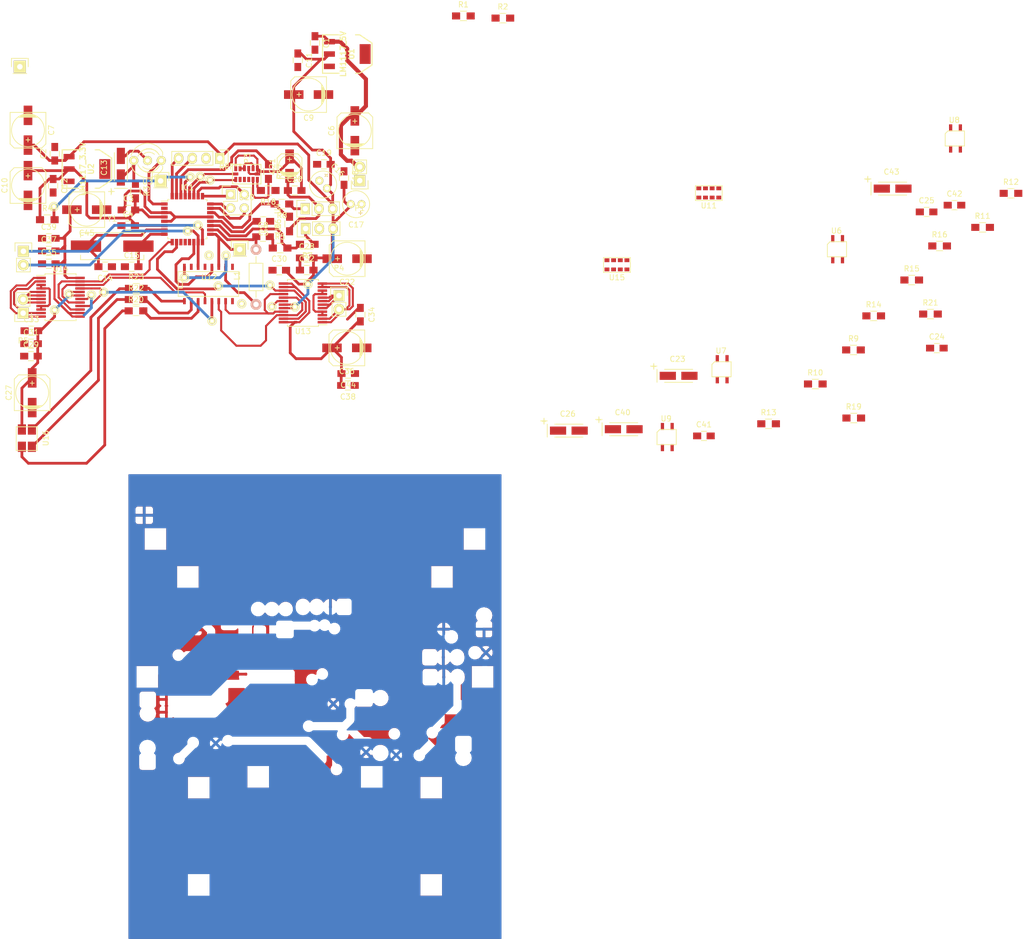
<source format=kicad_pcb>
(kicad_pcb (version 4) (host pcbnew 4.0.0-rc1-stable)
  (layers (0 F.Cu signal) (31 B.Cu signal) (34 B.Paste user) (35 F.Paste user) (36 B.SilkS user) (37 F.SilkS user) (38 B.Mask user) (39 F.Mask user) (44 Edge.Cuts user))
  (net 0 "")
  (net 1 GND)
  (net 2 VCC)
  (net 3 +3V3)
  (net 4 "Net-(C5-Pad2)")
  (net 5 "Net-(C8-Pad1)")
  (net 6 +5V)
  (net 7 "Net-(C13-Pad2)")
  (net 8 "Net-(C13-Pad1)")
  (net 9 /XTAL1)
  (net 10 /XTAL2)
  (net 11 /KILL)
  (net 12 /PWM_A)
  (net 13 /PWM_B)
  (net 14 /INT_10_2)
  (net 15 /INT_10_1)
  (net 16 /ACC_DRDY)
  (net 17 /SS)
  (net 18 /MOSI)
  (net 19 /MISO)
  (net 20 /SCK)
  (net 21 /SHARP_1)
  (net 22 /SHARP_2)
  (net 23 /SDA)
  (net 24 /SCL)
  (net 25 /RST_328)
  (net 26 /ACC_INT2)
  (net 27 /START)
  (net 28 /S_B_2)
  (net 29 /S_B_1)
  (net 30 /S_A_1)
  (net 31 /S_A_2)
  (net 32 "Net-(R11-Pad1)")
  (net 33 "Net-(R12-Pad1)")
  (net 34 "/KTIR_(1)")
  (net 35 "/KTIR_(2)")
  (net 36 "/KTIR_(3)")
  (net 37 "/KTIR_(4)")
  (net 38 /BIN_2)
  (net 39 /BIN_1)
  (net 40 /AIN_2)
  (net 41 /AIN_1)
  (net 42 "Net-(R17-Pad2)")
  (net 43 "Net-(R18-Pad2)")
  (net 44 "Net-(R10-Pad1)")
  (net 45 "Net-(IC1-Pad1)")
  (net 46 "Net-(R7-Pad1)")
  (net 47 "Net-(R8-Pad1)")
  (net 48 "Net-(R9-Pad1)")
  (net 49 "Net-(R19-Pad1)")
  (net 50 "Net-(R20-Pad1)")
  (net 51 "Net-(R20-Pad2)")
  (net 52 "Net-(R21-Pad1)")
  (net 53 "Net-(R22-Pad1)")
  (net 54 "Net-(R22-Pad2)")
  (net 55 "Net-(R23-Pad1)")
  (net 56 "Net-(R23-Pad2)")
  (net 57 "Net-(U10-Pad11)")
  (net 58 "Net-(U10-Pad12)")
  (net 59 "Net-(U11-Pad8)")
  (net 60 "Net-(U12-Pad9)")
  (net 61 "Net-(U12-Pad15)")
  (net 62 "Net-(U15-Pad8)")
  (net 63 "Net-(IC1-Pad2)")
  (module Connect:PINTST (layer F.Cu) (at 58.425 69.325)
    (fp_text reference "" (at 0 -1.26746) (layer F.SilkS))
    (fp_text value "")
    (pad 1 thru_hole circle (at 0 0) (size 1.143 1.143) (drill 0.635) (layers *.Cu *.Mask F.SilkS) (net 40 /AIN_2))
  )
  (module Connect:PINTST (layer F.Cu) (at 77.9 62.5)
    (fp_text reference "" (at 0 -1.26746) (layer F.SilkS))
    (fp_text value "")
    (pad 1 thru_hole circle (at 0 0) (size 1.143 1.143) (drill 0.635) (layers *.Cu *.Mask F.SilkS) (net 1 GND))
  )
  (module Connect:PINTST (layer F.Cu) (at 79.625 68.175)
    (fp_text reference "" (at 0 -1.26746) (layer F.SilkS))
    (fp_text value "")
    (pad 1 thru_hole circle (at 0 0) (size 1.143 1.143) (drill 0.635) (layers *.Cu *.Mask F.SilkS) (net 13 /PWM_B))
  )
  (module Connect:PINTST (layer F.Cu) (at 89.175 68.025)
    (fp_text reference "" (at 0 -1.26746) (layer F.SilkS))
    (fp_text value "")
    (pad 1 thru_hole circle (at 0 0) (size 1.143 1.143) (drill 0.635) (layers *.Cu *.Mask F.SilkS) (net 13 /PWM_B))
  )
  (module Pin_Headers:Pin_Header_Straight_1x01 (layer F.Cu) (at 42.925 27.6)
    (fp_text reference "" (at 0 -5.1) (layer F.SilkS))
    (fp_text value "")
    (pad 1 thru_hole rect (at 0 0) (size 2.2352 2.2352) (drill 1.016) (layers *.Cu *.Mask F.SilkS) (net 1 GND))
  )
  (module Connect:PINTST (layer F.Cu) (at 73.95 58)
    (fp_text reference "" (at 0 -1.26746) (layer F.SilkS))
    (fp_text value "")
    (pad 1 thru_hole circle (at 0 0) (size 1.143 1.143) (drill 0.635) (layers *.Cu *.Mask F.SilkS) (net 18 /MOSI))
  )
  (module Connect:PINTST (layer F.Cu) (at 75.85 56.95)
    (fp_text reference "" (at 0 -1.26746) (layer F.SilkS))
    (fp_text value "")
    (pad 1 thru_hole circle (at 0 0) (size 1.143 1.143) (drill 0.635) (layers *.Cu *.Mask F.SilkS) (net 19 /MISO))
  )
  (module Pin_Headers:Pin_Header_Straight_1x01 (layer F.Cu) (at 83.575 61.4)
    (fp_text reference "" (at 0 -5.1) (layer F.SilkS))
    (fp_text value "")
    (pad 1 thru_hole rect (at 0 0) (size 2.2352 2.2352) (drill 1.016) (layers *.Cu *.Mask F.SilkS) (net 20 /SCK))
  )
  (module Connect:PINTST (layer F.Cu) (at 49.225 53.475)
    (fp_text reference "" (at 0 -1.26746) (layer F.SilkS))
    (fp_text value "")
    (pad 1 thru_hole circle (at 0 0) (size 1.143 1.143) (drill 0.635) (layers *.Cu *.Mask F.SilkS) (net 25 /RST_328))
  )
  (module Connect:PINTST (layer F.Cu) (at 78.1 48.575)
    (fp_text reference "" (at 0 -1.26746) (layer F.SilkS))
    (fp_text value "")
    (pad 1 thru_hole circle (at 0 0) (size 1.143 1.143) (drill 0.635) (layers *.Cu *.Mask F.SilkS) (net 23 /SDA))
  )
  (module Connect:PINTST (layer F.Cu) (at 76.3 47.925)
    (fp_text reference "" (at 0 -1.26746) (layer F.SilkS))
    (fp_text value "")
    (pad 1 thru_hole circle (at 0 0) (size 1.143 1.143) (drill 0.635) (layers *.Cu *.Mask F.SilkS) (net 24 /SCL))
  )
  (module Connect:PINTST (layer F.Cu) (at 74.425 48.025)
    (fp_text reference "" (at 0 -1.26746) (layer F.SilkS))
    (fp_text value "")
    (pad 1 thru_hole circle (at 0 0) (size 1.143 1.143) (drill 0.635) (layers *.Cu *.Mask F.SilkS) (net 25 /RST_328))
  )
  (module Connect:PINTST (layer F.Cu) (at 96.2 67.825)
    (fp_text reference "" (at 0 -1.26746) (layer F.SilkS))
    (fp_text value "")
    (pad 1 thru_hole circle (at 0 0) (size 1.143 1.143) (drill 0.635) (layers *.Cu *.Mask F.SilkS) (net 6 +5V))
  )
  (module Connect:PINTST (layer F.Cu) (at 83.95 71.45)
    (fp_text reference "" (at 0 -1.26746) (layer F.SilkS))
    (fp_text value "")
    (pad 1 thru_hole circle (at 0 0) (size 1.143 1.143) (drill 0.635) (layers *.Cu *.Mask F.SilkS) (net 1 GND))
  )
  (module Connect:PINTST (layer F.Cu) (at 89.525 72)
    (fp_text reference "" (at 0 -1.26746) (layer F.SilkS))
    (fp_text value "")
    (pad 1 thru_hole circle (at 0 0) (size 1.143 1.143) (drill 0.635) (layers *.Cu *.Mask F.SilkS) (net 1 GND))
  )
  (module Connect:PINTST (layer F.Cu) (at 93.8 72.025)
    (fp_text reference "" (at 0 -1.26746) (layer F.SilkS))
    (fp_text value "")
    (pad 1 thru_hole circle (at 0 0) (size 1.143 1.143) (drill 0.635) (layers *.Cu *.Mask F.SilkS) (net 6 +5V))
  )
  (module Connect:PINTST (layer F.Cu) (at 78.475 74.65)
    (fp_text reference "" (at 0 -1.26746) (layer F.SilkS))
    (fp_text value "")
    (pad 1 thru_hole circle (at 0 0) (size 1.143 1.143) (drill 0.635) (layers *.Cu *.Mask F.SilkS) (net 40 /AIN_2))
  )
  (module Connect:PINTST (layer F.Cu) (at 81.05 62.525)
    (fp_text reference "" (at 0 -1.26746) (layer F.SilkS))
    (fp_text value "")
    (pad 1 thru_hole circle (at 0 0) (size 1.143 1.143) (drill 0.635) (layers *.Cu *.Mask F.SilkS) (net 3 +3V3))
  )
  (module Connect:PINTST (layer F.Cu) (at 73.35 66.625)
    (fp_text reference "" (at 0 -1.26746) (layer F.SilkS))
    (fp_text value "")
    (pad 1 thru_hole circle (at 0 0) (size 1.143 1.143) (drill 0.635) (layers *.Cu *.Mask F.SilkS) (net 3 +3V3))
  )
  (module Connect:PINTST (layer F.Cu) (at 49.35 72.625)
    (fp_text reference "" (at 0 -1.26746) (layer F.SilkS))
    (fp_text value "")
    (pad 1 thru_hole circle (at 0 0) (size 1.143 1.143) (drill 0.635) (layers *.Cu *.Mask F.SilkS) (net 6 +5V))
  )
  (module Connect:PINTST (layer F.Cu) (at 51.975 69.675)
    (fp_text reference "" (at 0 -1.26746) (layer F.SilkS))
    (fp_text value "")
    (pad 1 thru_hole circle (at 0 0) (size 1.143 1.143) (drill 0.635) (layers *.Cu *.Mask F.SilkS) (net 6 +5V))
  )
  (module Connect:PINTST (layer F.Cu) (at 56.15 69.8)
    (fp_text reference "" (at 0 -1.26746) (layer F.SilkS))
    (fp_text value "")
    (pad 1 thru_hole circle (at 0 0) (size 1.143 1.143) (drill 0.635) (layers *.Cu *.Mask F.SilkS) (net 1 GND))
  )
  (module Capacitors_SMD:C_0805_HandSoldering (layer F.Cu) (at 97.5 23.2 270)
    (fp_text reference C1 (at 0 -2.1 270) (layer F.SilkS))
    (fp_text value 100nF)
    (pad 1 smd rect (at -1.25 0 270) (size 1.5 1.25) (layers F.Cu F.Paste F.Mask) (net 2 VCC))
    (pad 2 smd rect (at 1.25 0 270) (size 1.5 1.25) (layers F.Cu F.Paste F.Mask) (net 1 GND))
  )
  (module Capacitors_SMD:C_0805_HandSoldering (layer F.Cu) (at 49.375 43.7 90)
    (fp_text reference C2 (at 0 -2.1 90) (layer F.SilkS))
    (fp_text value 100nF)
    (pad 1 smd rect (at -1.25 0 90) (size 1.5 1.25) (layers F.Cu F.Paste F.Mask) (net 6 +5V))
    (pad 2 smd rect (at 1.25 0 90) (size 1.5 1.25) (layers F.Cu F.Paste F.Mask) (net 1 GND))
  )
  (module Capacitors_SMD:C_0805_HandSoldering (layer F.Cu) (at 63 54.1)
    (fp_text reference C3 (at 0 -2.1) (layer F.SilkS))
    (fp_text value 100nF)
    (pad 1 smd rect (at -1.25 0) (size 1.5 1.25) (layers F.Cu F.Paste F.Mask) (net 1 GND))
    (pad 2 smd rect (at 1.25 0) (size 1.5 1.25) (layers F.Cu F.Paste F.Mask) (net 3 +3V3))
  )
  (module Capacitors_SMD:C_0805_HandSoldering (layer F.Cu) (at 62.95 57)
    (fp_text reference C4 (at 0 -2.1) (layer F.SilkS))
    (fp_text value 100nF)
    (pad 1 smd rect (at -1.25 0) (size 1.5 1.25) (layers F.Cu F.Paste F.Mask) (net 1 GND))
    (pad 2 smd rect (at 1.25 0) (size 1.5 1.25) (layers F.Cu F.Paste F.Mask) (net 3 +3V3))
  )
  (module Capacitors_SMD:C_0805_HandSoldering (layer F.Cu) (at 87.95 56.2 180)
    (fp_text reference C5 (at 0 -2.1 180) (layer F.SilkS))
    (fp_text value 100nF)
    (pad 1 smd rect (at -1.25 0 180) (size 1.5 1.25) (layers F.Cu F.Paste F.Mask) (net 1 GND))
    (pad 2 smd rect (at 1.25 0 180) (size 1.5 1.25) (layers F.Cu F.Paste F.Mask) (net 4 "Net-(C5-Pad2)"))
  )
  (module Capacitors_SMD:c_elec_6.3x7.7 (layer F.Cu) (at 104.875 39.45 90)
    (fp_text reference C6 (at 0 -4.318 90) (layer F.SilkS))
    (fp_text value 100uF)
    (pad 1 smd rect (at 2.75082 0 90) (size 3.59918 1.6002) (layers F.Cu F.Paste F.Mask) (net 2 VCC))
    (pad 2 smd rect (at -2.75082 0 90) (size 3.59918 1.6002) (layers F.Cu F.Paste F.Mask) (net 1 GND))
  )
  (module Capacitors_SMD:c_elec_6.3x7.7 (layer F.Cu) (at 44.425 39.35 270)
    (fp_text reference C7 (at 0 -4.318 270) (layer F.SilkS))
    (fp_text value 100uF)
    (pad 1 smd rect (at 2.75082 0 270) (size 3.59918 1.6002) (layers F.Cu F.Paste F.Mask) (net 6 +5V))
    (pad 2 smd rect (at -2.75082 0 270) (size 3.59918 1.6002) (layers F.Cu F.Paste F.Mask) (net 1 GND))
  )
  (module Capacitors_SMD:C_0805_HandSoldering (layer F.Cu) (at 87.9 59.05)
    (fp_text reference C8 (at 0 -2.1) (layer F.SilkS))
    (fp_text value 100nF)
    (pad 1 smd rect (at -1.25 0) (size 1.5 1.25) (layers F.Cu F.Paste F.Mask) (net 5 "Net-(C8-Pad1)"))
    (pad 2 smd rect (at 1.25 0) (size 1.5 1.25) (layers F.Cu F.Paste F.Mask) (net 1 GND))
  )
  (module Capacitors_SMD:c_elec_6.3x7.7 (layer F.Cu) (at 96.325 32.75 180)
    (fp_text reference C9 (at 0 -4.318 180) (layer F.SilkS))
    (fp_text value 100uF)
    (pad 1 smd rect (at 2.75082 0 180) (size 3.59918 1.6002) (layers F.Cu F.Paste F.Mask) (net 6 +5V))
    (pad 2 smd rect (at -2.75082 0 180) (size 3.59918 1.6002) (layers F.Cu F.Paste F.Mask) (net 1 GND))
  )
  (module Capacitors_SMD:c_elec_6.3x7.7 (layer F.Cu) (at 44.425 49.575 90)
    (fp_text reference C10 (at 0 -4.318 90) (layer F.SilkS))
    (fp_text value 100uF)
    (pad 1 smd rect (at 2.75082 0 90) (size 3.59918 1.6002) (layers F.Cu F.Paste F.Mask) (net 3 +3V3))
    (pad 2 smd rect (at -2.75082 0 90) (size 3.59918 1.6002) (layers F.Cu F.Paste F.Mask) (net 1 GND))
  )
  (module Capacitors_SMD:C_0805_HandSoldering (layer F.Cu) (at 94.325 26.4 270)
    (fp_text reference C11 (at 0 -2.1 270) (layer F.SilkS))
    (fp_text value 100nF)
    (pad 1 smd rect (at -1.25 0 270) (size 1.5 1.25) (layers F.Cu F.Paste F.Mask) (net 6 +5V))
    (pad 2 smd rect (at 1.25 0 270) (size 1.5 1.25) (layers F.Cu F.Paste F.Mask) (net 1 GND))
  )
  (module Capacitors_SMD:C_0805_HandSoldering (layer F.Cu) (at 49.075 49.625 270)
    (fp_text reference C12 (at 0 -2.1 270) (layer F.SilkS))
    (fp_text value 100nF)
    (pad 1 smd rect (at -1.25 0 270) (size 1.5 1.25) (layers F.Cu F.Paste F.Mask) (net 3 +3V3))
    (pad 2 smd rect (at 1.25 0 270) (size 1.5 1.25) (layers F.Cu F.Paste F.Mask) (net 1 GND))
  )
  (module Capacitors_Tantalum_SMD:TantalC_SizeA_EIA-3216_HandSoldering (layer F.Cu) (at 61.6 46.1 90)
    (fp_text reference C13 (at -0.20066 -3.0988 90) (layer F.SilkS))
    (fp_text value 4.7uF)
    (fp_text user + (at -4.59994 -1.80086 90) (layer F.SilkS))
    (pad 2 smd rect (at 1.99898 0 90) (size 2.99974 1.50114) (layers F.Cu F.Paste F.Mask) (net 7 "Net-(C13-Pad2)"))
    (pad 1 smd rect (at -1.99898 0 90) (size 2.99974 1.50114) (layers F.Cu F.Paste F.Mask) (net 8 "Net-(C13-Pad1)"))
  )
  (module Capacitors_SMD:C_0805_HandSoldering (layer F.Cu) (at 58.7 64.6 180)
    (fp_text reference C14 (at 0 -2.1 180) (layer F.SilkS))
    (fp_text value 22pF)
    (pad 1 smd rect (at -1.25 0 180) (size 1.5 1.25) (layers F.Cu F.Paste F.Mask) (net 1 GND))
    (pad 2 smd rect (at 1.25 0 180) (size 1.5 1.25) (layers F.Cu F.Paste F.Mask) (net 9 /XTAL1))
  )
  (module Capacitors_SMD:C_0805_HandSoldering (layer F.Cu) (at 63.6 64.6)
    (fp_text reference C15 (at 0 -2.1) (layer F.SilkS))
    (fp_text value 22pF)
    (pad 1 smd rect (at -1.25 0) (size 1.5 1.25) (layers F.Cu F.Paste F.Mask) (net 1 GND))
    (pad 2 smd rect (at 1.25 0) (size 1.5 1.25) (layers F.Cu F.Paste F.Mask) (net 10 /XTAL2))
  )
  (module Capacitors_Elko_ThroughHole:Elko_vert_11x5mm_RM2 (layer F.Cu) (at 98.3 48.675 315)
    (fp_text reference C16 (at 1.016 -3.81 315) (layer F.SilkS))
    (fp_text value 1uF)
    (fp_line (start 0.2159 -1.6002) (end 0.2159 -1.30048) (layer F.Cu) (width 0.15))
    (fp_line (start 0.2159 -1.6002) (end 0.51562 -1.6002) (layer F.Cu) (width 0.15))
    (fp_line (start -0.08382 -1.6002) (end 0.2159 -1.6002) (layer F.Cu) (width 0.15))
    (fp_line (start 0.2159 -1.6002) (end 0.2159 -1.89992) (layer F.Cu) (width 0.15))
    (pad 1 thru_hole circle (at 0.01524 0 315) (size 1.48082 1.48082) (drill 0.8001) (layers *.Cu *.Mask F.SilkS) (net 1 GND))
    (pad 2 thru_hole circle (at 2.01676 0 315) (size 1.48082 1.48082) (drill 0.8001) (layers *.Cu *.Mask F.SilkS) (net 6 +5V))
  )
  (module Capacitors_Elko_ThroughHole:Elko_vert_11x5mm_RM2 (layer F.Cu) (at 106.125 53.025 180)
    (fp_text reference C17 (at 1.016 -3.81 180) (layer F.SilkS))
    (fp_text value 1uF)
    (fp_line (start 0.2159 -1.6002) (end 0.2159 -1.30048) (layer F.Cu) (width 0.15))
    (fp_line (start 0.2159 -1.6002) (end 0.51562 -1.6002) (layer F.Cu) (width 0.15))
    (fp_line (start -0.08382 -1.6002) (end 0.2159 -1.6002) (layer F.Cu) (width 0.15))
    (fp_line (start 0.2159 -1.6002) (end 0.2159 -1.89992) (layer F.Cu) (width 0.15))
    (pad 1 thru_hole circle (at 0.01524 0 180) (size 1.48082 1.48082) (drill 0.8001) (layers *.Cu *.Mask F.SilkS) (net 1 GND))
    (pad 2 thru_hole circle (at 2.01676 0 180) (size 1.48082 1.48082) (drill 0.8001) (layers *.Cu *.Mask F.SilkS) (net 6 +5V))
  )
  (module Capacitors_SMD:C_0805_HandSoldering (layer F.Cu) (at 102.875 48.2 270)
    (fp_text reference C18 (at 0 -2.1 270) (layer F.SilkS))
    (fp_text value 100nF)
    (pad 1 smd rect (at -1.25 0 270) (size 1.5 1.25) (layers F.Cu F.Paste F.Mask) (net 1 GND))
    (pad 2 smd rect (at 1.25 0 270) (size 1.5 1.25) (layers F.Cu F.Paste F.Mask) (net 6 +5V))
  )
  (module Capacitors_SMD:C_0805_HandSoldering (layer F.Cu) (at 99.15 45.65)
    (fp_text reference C19 (at 0 -2.1) (layer F.SilkS))
    (fp_text value 100nF)
    (pad 1 smd rect (at -1.25 0) (size 1.5 1.25) (layers F.Cu F.Paste F.Mask) (net 1 GND))
    (pad 2 smd rect (at 1.25 0) (size 1.5 1.25) (layers F.Cu F.Paste F.Mask) (net 6 +5V))
  )
  (module Capacitors_SMD:C_0805_HandSoldering (layer F.Cu) (at 93.75 50.5)
    (fp_text reference C20 (at 0 -2.1) (layer F.SilkS))
    (fp_text value 100nF)
    (pad 1 smd rect (at -1.25 0) (size 1.5 1.25) (layers F.Cu F.Paste F.Mask) (net 1 GND))
    (pad 2 smd rect (at 1.25 0) (size 1.5 1.25) (layers F.Cu F.Paste F.Mask) (net 3 +3V3))
  )
  (module Capacitors_SMD:c_elec_4x4.5 (layer F.Cu) (at 92.8 46 90)
    (fp_text reference C21 (at 0 -3.175 90) (layer F.SilkS))
    (fp_text value 22uF)
    (pad 1 smd rect (at 1.80086 0 90) (size 2.60096 1.6002) (layers F.Cu F.Paste F.Mask) (net 3 +3V3))
    (pad 2 smd rect (at -1.80086 0 90) (size 2.60096 1.6002) (layers F.Cu F.Paste F.Mask) (net 1 GND))
  )
  (module Capacitors_SMD:c_elec_6.3x7.7 (layer F.Cu) (at 103.45 63.125 180)
    (fp_text reference C22 (at 0 -4.318 180) (layer F.SilkS))
    (fp_text value 100uF)
    (pad 1 smd rect (at 2.75082 0 180) (size 3.59918 1.6002) (layers F.Cu F.Paste F.Mask) (net 6 +5V))
    (pad 2 smd rect (at -2.75082 0 180) (size 3.59918 1.6002) (layers F.Cu F.Paste F.Mask) (net 1 GND))
  )
  (module Capacitors_Tantalum_SMD:TantalC_SizeA_EIA-3216_HandSoldering (layer F.Cu) (at 164.754381 84.7938)
    (fp_text reference C23 (at -0.20066 -3.0988) (layer F.SilkS))
    (fp_text value 4.7uF)
    (fp_text user + (at -4.59994 -1.80086) (layer F.SilkS))
    (pad 2 smd rect (at 1.99898 0) (size 2.99974 1.50114) (layers F.Cu F.Paste F.Mask) (net 1 GND))
    (pad 1 smd rect (at -1.99898 0) (size 2.99974 1.50114) (layers F.Cu F.Paste F.Mask) (net 3 +3V3))
  )
  (module Capacitors_SMD:C_0805_HandSoldering (layer F.Cu) (at 212.514524 79.665)
    (fp_text reference C24 (at 0 -2.1) (layer F.SilkS))
    (fp_text value 100nF)
    (pad 1 smd rect (at -1.25 0) (size 1.5 1.25) (layers F.Cu F.Paste F.Mask) (net 1 GND))
    (pad 2 smd rect (at 1.25 0) (size 1.5 1.25) (layers F.Cu F.Paste F.Mask) (net 3 +3V3))
  )
  (module Capacitors_SMD:C_0805_HandSoldering (layer F.Cu) (at 210.614524 54.465)
    (fp_text reference C25 (at 0 -2.1) (layer F.SilkS))
    (fp_text value 100nF)
    (pad 1 smd rect (at -1.25 0) (size 1.5 1.25) (layers F.Cu F.Paste F.Mask) (net 3 +3V3))
    (pad 2 smd rect (at 1.25 0) (size 1.5 1.25) (layers F.Cu F.Paste F.Mask) (net 1 GND))
  )
  (module Capacitors_Tantalum_SMD:TantalC_SizeA_EIA-3216_HandSoldering (layer F.Cu) (at 144.454381 94.9338)
    (fp_text reference C26 (at -0.20066 -3.0988) (layer F.SilkS))
    (fp_text value 1uF)
    (fp_text user + (at -4.59994 -1.80086) (layer F.SilkS))
    (pad 2 smd rect (at 1.99898 0) (size 2.99974 1.50114) (layers F.Cu F.Paste F.Mask) (net 1 GND))
    (pad 1 smd rect (at -1.99898 0) (size 2.99974 1.50114) (layers F.Cu F.Paste F.Mask) (net 3 +3V3))
  )
  (module Capacitors_SMD:c_elec_6.3x7.7 (layer F.Cu) (at 45.2 87.925 90)
    (fp_text reference C27 (at 0 -4.318 90) (layer F.SilkS))
    (fp_text value 100uF)
    (pad 1 smd rect (at 2.75082 0 90) (size 3.59918 1.6002) (layers F.Cu F.Paste F.Mask) (net 6 +5V))
    (pad 2 smd rect (at -2.75082 0 90) (size 3.59918 1.6002) (layers F.Cu F.Paste F.Mask) (net 1 GND))
  )
  (module Capacitors_SMD:C_0805_HandSoldering (layer F.Cu) (at 95.975 62.975)
    (fp_text reference C28 (at 0 -2.1) (layer F.SilkS))
    (fp_text value 100nF)
    (pad 1 smd rect (at -1.25 0) (size 1.5 1.25) (layers F.Cu F.Paste F.Mask) (net 1 GND))
    (pad 2 smd rect (at 1.25 0) (size 1.5 1.25) (layers F.Cu F.Paste F.Mask) (net 6 +5V))
  )
  (module Capacitors_SMD:C_0805_HandSoldering (layer F.Cu) (at 44.975 81.15)
    (fp_text reference C29 (at 0 -2.1) (layer F.SilkS))
    (fp_text value 100nF)
    (pad 1 smd rect (at -1.25 0) (size 1.5 1.25) (layers F.Cu F.Paste F.Mask) (net 1 GND))
    (pad 2 smd rect (at 1.25 0) (size 1.5 1.25) (layers F.Cu F.Paste F.Mask) (net 6 +5V))
  )
  (module Capacitors_SMD:C_0805_HandSoldering (layer F.Cu) (at 90.9 65.25)
    (fp_text reference C30 (at 0 -2.1) (layer F.SilkS))
    (fp_text value 100nF)
    (pad 1 smd rect (at -1.25 0) (size 1.5 1.25) (layers F.Cu F.Paste F.Mask) (net 1 GND))
    (pad 2 smd rect (at 1.25 0) (size 1.5 1.25) (layers F.Cu F.Paste F.Mask) (net 6 +5V))
  )
  (module Capacitors_SMD:C_0805_HandSoldering (layer F.Cu) (at 45 78.85)
    (fp_text reference C31 (at 0 -2.1) (layer F.SilkS))
    (fp_text value 100nF)
    (pad 1 smd rect (at -1.25 0) (size 1.5 1.25) (layers F.Cu F.Paste F.Mask) (net 1 GND))
    (pad 2 smd rect (at 1.25 0) (size 1.5 1.25) (layers F.Cu F.Paste F.Mask) (net 6 +5V))
  )
  (module Capacitors_SMD:C_0805_HandSoldering (layer F.Cu) (at 95.975 65.225)
    (fp_text reference C32 (at 0 -2.1) (layer F.SilkS))
    (fp_text value 100nF)
    (pad 1 smd rect (at -1.25 0) (size 1.5 1.25) (layers F.Cu F.Paste F.Mask) (net 1 GND))
    (pad 2 smd rect (at 1.25 0) (size 1.5 1.25) (layers F.Cu F.Paste F.Mask) (net 6 +5V))
  )
  (module Capacitors_SMD:C_0805_HandSoldering (layer F.Cu) (at 45.05 76.45)
    (fp_text reference C33 (at 0 -2.1) (layer F.SilkS))
    (fp_text value 100nF)
    (pad 1 smd rect (at -1.25 0) (size 1.5 1.25) (layers F.Cu F.Paste F.Mask) (net 1 GND))
    (pad 2 smd rect (at 1.25 0) (size 1.5 1.25) (layers F.Cu F.Paste F.Mask) (net 6 +5V))
  )
  (module Capacitors_SMD:C_0805_HandSoldering (layer F.Cu) (at 105.9 73.475 270)
    (fp_text reference C34 (at 0 -2.1 270) (layer F.SilkS))
    (fp_text value 100nF)
    (pad 1 smd rect (at -1.25 0 270) (size 1.5 1.25) (layers F.Cu F.Paste F.Mask) (net 1 GND))
    (pad 2 smd rect (at 1.25 0 270) (size 1.5 1.25) (layers F.Cu F.Paste F.Mask) (net 2 VCC))
  )
  (module Capacitors_SMD:C_0805_HandSoldering (layer F.Cu) (at 48.275 64.05)
    (fp_text reference C35 (at 0 -2.1) (layer F.SilkS))
    (fp_text value 100nF)
    (pad 1 smd rect (at -1.25 0) (size 1.5 1.25) (layers F.Cu F.Paste F.Mask) (net 1 GND))
    (pad 2 smd rect (at 1.25 0) (size 1.5 1.25) (layers F.Cu F.Paste F.Mask) (net 2 VCC))
  )
  (module Capacitors_SMD:c_elec_6.3x7.7 (layer F.Cu) (at 103.4 79.625 180)
    (fp_text reference C36 (at 0 -4.318 180) (layer F.SilkS))
    (fp_text value 100uF)
    (pad 1 smd rect (at 2.75082 0 180) (size 3.59918 1.6002) (layers F.Cu F.Paste F.Mask) (net 2 VCC))
    (pad 2 smd rect (at -2.75082 0 180) (size 3.59918 1.6002) (layers F.Cu F.Paste F.Mask) (net 1 GND))
  )
  (module Capacitors_SMD:C_0805_HandSoldering (layer F.Cu) (at 48.275 61.675)
    (fp_text reference C37 (at 0 -2.1) (layer F.SilkS))
    (fp_text value 100nF)
    (pad 1 smd rect (at -1.25 0) (size 1.5 1.25) (layers F.Cu F.Paste F.Mask) (net 1 GND))
    (pad 2 smd rect (at 1.25 0) (size 1.5 1.25) (layers F.Cu F.Paste F.Mask) (net 2 VCC))
  )
  (module Capacitors_SMD:C_0805_HandSoldering (layer F.Cu) (at 103.6 86.575 180)
    (fp_text reference C38 (at 0 -2.1 180) (layer F.SilkS))
    (fp_text value 100nF)
    (pad 1 smd rect (at -1.25 0 180) (size 1.5 1.25) (layers F.Cu F.Paste F.Mask) (net 1 GND))
    (pad 2 smd rect (at 1.25 0 180) (size 1.5 1.25) (layers F.Cu F.Paste F.Mask) (net 2 VCC))
  )
  (module Capacitors_SMD:C_0805_HandSoldering (layer F.Cu) (at 48.275 59.35)
    (fp_text reference C39 (at 0 -2.1) (layer F.SilkS))
    (fp_text value 100nF)
    (pad 1 smd rect (at -1.25 0) (size 1.5 1.25) (layers F.Cu F.Paste F.Mask) (net 1 GND))
    (pad 2 smd rect (at 1.25 0) (size 1.5 1.25) (layers F.Cu F.Paste F.Mask) (net 2 VCC))
  )
  (module Capacitors_Tantalum_SMD:TantalC_SizeA_EIA-3216_HandSoldering (layer F.Cu) (at 154.604381 94.6738)
    (fp_text reference C40 (at -0.20066 -3.0988) (layer F.SilkS))
    (fp_text value 4.7uF)
    (fp_text user + (at -4.59994 -1.80086) (layer F.SilkS))
    (pad 2 smd rect (at 1.99898 0) (size 2.99974 1.50114) (layers F.Cu F.Paste F.Mask) (net 1 GND))
    (pad 1 smd rect (at -1.99898 0) (size 2.99974 1.50114) (layers F.Cu F.Paste F.Mask) (net 3 +3V3))
  )
  (module Capacitors_SMD:C_0805_HandSoldering (layer F.Cu) (at 169.434524 95.915)
    (fp_text reference C41 (at 0 -2.1) (layer F.SilkS))
    (fp_text value 100nF)
    (pad 1 smd rect (at -1.25 0) (size 1.5 1.25) (layers F.Cu F.Paste F.Mask) (net 1 GND))
    (pad 2 smd rect (at 1.25 0) (size 1.5 1.25) (layers F.Cu F.Paste F.Mask) (net 3 +3V3))
  )
  (module Capacitors_SMD:C_0805_HandSoldering (layer F.Cu) (at 215.774524 53.215)
    (fp_text reference C42 (at 0 -2.1) (layer F.SilkS))
    (fp_text value 100nF)
    (pad 1 smd rect (at -1.25 0) (size 1.5 1.25) (layers F.Cu F.Paste F.Mask) (net 3 +3V3))
    (pad 2 smd rect (at 1.25 0) (size 1.5 1.25) (layers F.Cu F.Paste F.Mask) (net 1 GND))
  )
  (module Capacitors_Tantalum_SMD:TantalC_SizeA_EIA-3216_HandSoldering (layer F.Cu) (at 204.334381 50.1538)
    (fp_text reference C43 (at -0.20066 -3.0988) (layer F.SilkS))
    (fp_text value 1uF)
    (fp_text user + (at -4.59994 -1.80086) (layer F.SilkS))
    (pad 2 smd rect (at 1.99898 0) (size 2.99974 1.50114) (layers F.Cu F.Paste F.Mask) (net 1 GND))
    (pad 1 smd rect (at -1.99898 0) (size 2.99974 1.50114) (layers F.Cu F.Paste F.Mask) (net 3 +3V3))
  )
  (module Capacitors_SMD:C_0805_HandSoldering (layer F.Cu) (at 103.65 84.375 180)
    (fp_text reference C44 (at 0 -2.1 180) (layer F.SilkS))
    (fp_text value 100nF)
    (pad 1 smd rect (at -1.25 0 180) (size 1.5 1.25) (layers F.Cu F.Paste F.Mask) (net 1 GND))
    (pad 2 smd rect (at 1.25 0 180) (size 1.5 1.25) (layers F.Cu F.Paste F.Mask) (net 2 VCC))
  )
  (module Capacitors_SMD:c_elec_6.3x7.7 (layer F.Cu) (at 55.3 54.05 180)
    (fp_text reference C45 (at 0 -4.318 180) (layer F.SilkS))
    (fp_text value 100uF)
    (pad 1 smd rect (at 2.75082 0 180) (size 3.59918 1.6002) (layers F.Cu F.Paste F.Mask) (net 2 VCC))
    (pad 2 smd rect (at -2.75082 0 180) (size 3.59918 1.6002) (layers F.Cu F.Paste F.Mask) (net 1 GND))
  )
  (module Housings_QFP:LQFP-32_7x7mm_Pitch0.8mm (layer F.Cu) (at 73.9 55.8)
    (fp_text reference IC1 (at 0 -5.85) (layer F.SilkS))
    (fp_text value ATMEGA328P-A)
    (pad 1 smd rect (at -4.25 -2.8) (size 1.2 0.6) (layers F.Cu F.Paste F.Mask) (net 45 "Net-(IC1-Pad1)"))
    (pad 2 smd rect (at -4.25 -2) (size 1.2 0.6) (layers F.Cu F.Paste F.Mask) (net 63 "Net-(IC1-Pad2)"))
    (pad 3 smd rect (at -4.25 -1.2) (size 1.2 0.6) (layers F.Cu F.Paste F.Mask) (net 1 GND))
    (pad 4 smd rect (at -4.25 -0.4) (size 1.2 0.6) (layers F.Cu F.Paste F.Mask) (net 3 +3V3))
    (pad 5 smd rect (at -4.25 0.4) (size 1.2 0.6) (layers F.Cu F.Paste F.Mask) (net 1 GND))
    (pad 6 smd rect (at -4.25 1.2) (size 1.2 0.6) (layers F.Cu F.Paste F.Mask) (net 3 +3V3))
    (pad 7 smd rect (at -4.25 2) (size 1.2 0.6) (layers F.Cu F.Paste F.Mask) (net 9 /XTAL1))
    (pad 8 smd rect (at -4.25 2.8) (size 1.2 0.6) (layers F.Cu F.Paste F.Mask) (net 10 /XTAL2))
    (pad 9 smd rect (at -2.8 4.25 90) (size 1.2 0.6) (layers F.Cu F.Paste F.Mask) (net 12 /PWM_A))
    (pad 10 smd rect (at -2 4.25 90) (size 1.2 0.6) (layers F.Cu F.Paste F.Mask) (net 13 /PWM_B))
    (pad 11 smd rect (at -1.2 4.25 90) (size 1.2 0.6) (layers F.Cu F.Paste F.Mask) (net 14 /INT_10_2))
    (pad 12 smd rect (at -0.4 4.25 90) (size 1.2 0.6) (layers F.Cu F.Paste F.Mask) (net 15 /INT_10_1))
    (pad 13 smd rect (at 0.4 4.25 90) (size 1.2 0.6) (layers F.Cu F.Paste F.Mask) (net 16 /ACC_DRDY))
    (pad 14 smd rect (at 1.2 4.25 90) (size 1.2 0.6) (layers F.Cu F.Paste F.Mask) (net 17 /SS))
    (pad 15 smd rect (at 2 4.25 90) (size 1.2 0.6) (layers F.Cu F.Paste F.Mask) (net 18 /MOSI))
    (pad 16 smd rect (at 2.8 4.25 90) (size 1.2 0.6) (layers F.Cu F.Paste F.Mask) (net 19 /MISO))
    (pad 17 smd rect (at 4.25 2.8) (size 1.2 0.6) (layers F.Cu F.Paste F.Mask) (net 20 /SCK))
    (pad 18 smd rect (at 4.25 2) (size 1.2 0.6) (layers F.Cu F.Paste F.Mask) (net 5 "Net-(C8-Pad1)"))
    (pad 19 smd rect (at 4.25 1.2) (size 1.2 0.6) (layers F.Cu F.Paste F.Mask) (net 21 /SHARP_1))
    (pad 20 smd rect (at 4.25 0.4) (size 1.2 0.6) (layers F.Cu F.Paste F.Mask) (net 4 "Net-(C5-Pad2)"))
    (pad 21 smd rect (at 4.25 -0.4) (size 1.2 0.6) (layers F.Cu F.Paste F.Mask) (net 1 GND))
    (pad 22 smd rect (at 4.25 -1.2) (size 1.2 0.6) (layers F.Cu F.Paste F.Mask) (net 22 /SHARP_2))
    (pad 23 smd rect (at 4.25 -2) (size 1.2 0.6) (layers F.Cu F.Paste F.Mask) (net 34 "/KTIR_(1)"))
    (pad 24 smd rect (at 4.25 -2.8) (size 1.2 0.6) (layers F.Cu F.Paste F.Mask) (net 35 "/KTIR_(2)"))
    (pad 25 smd rect (at 2.8 -4.25 90) (size 1.2 0.6) (layers F.Cu F.Paste F.Mask) (net 36 "/KTIR_(3)"))
    (pad 26 smd rect (at 2 -4.25 90) (size 1.2 0.6) (layers F.Cu F.Paste F.Mask) (net 37 "/KTIR_(4)"))
    (pad 27 smd rect (at 1.2 -4.25 90) (size 1.2 0.6) (layers F.Cu F.Paste F.Mask) (net 23 /SDA))
    (pad 28 smd rect (at 0.4 -4.25 90) (size 1.2 0.6) (layers F.Cu F.Paste F.Mask) (net 24 /SCL))
    (pad 29 smd rect (at -0.4 -4.25 90) (size 1.2 0.6) (layers F.Cu F.Paste F.Mask) (net 25 /RST_328))
    (pad 30 smd rect (at -1.2 -4.25 90) (size 1.2 0.6) (layers F.Cu F.Paste F.Mask) (net 26 /ACC_INT2))
    (pad 31 smd rect (at -2 -4.25 90) (size 1.2 0.6) (layers F.Cu F.Paste F.Mask) (net 27 /START))
    (pad 32 smd rect (at -2.8 -4.25 90) (size 1.2 0.6) (layers F.Cu F.Paste F.Mask) (net 11 /KILL))
  )
  (module Resistors_ThroughHole:Resistor_Horizontal_RM10mm (layer F.Cu) (at 86.6 66.5 90)
    (fp_text reference L1 (at 0.24892 -3.50012 90) (layer F.SilkS))
    (fp_text value 100mH)
    (pad 1 thru_hole circle (at -5.08 0 90) (size 1.99898 1.99898) (drill 1.00076) (layers *.Cu *.SilkS *.Mask) (net 3 +3V3))
    (pad 2 thru_hole circle (at 5.08 0 90) (size 1.99898 1.99898) (drill 1.00076) (layers *.Cu *.SilkS *.Mask) (net 5 "Net-(C8-Pad1)"))
  )
  (module Pin_Headers:Pin_Header_Straight_1x02 (layer F.Cu) (at 105.775 48.675 180)
    (fp_text reference P1 (at 0 -5.1 180) (layer F.SilkS))
    (fp_text value bateria)
    (pad 1 thru_hole rect (at 0 0 180) (size 2.032 2.032) (drill 1.016) (layers *.Cu *.Mask F.SilkS) (net 1 GND))
    (pad 2 thru_hole oval (at 0 2.54 180) (size 2.032 2.032) (drill 1.016) (layers *.Cu *.Mask F.SilkS) (net 2 VCC))
  )
  (module Pin_Headers:Pin_Header_Straight_1x04 (layer F.Cu) (at 79.9 44.55 270)
    (fp_text reference P3 (at 0 -5.1 270) (layer F.SilkS))
    (fp_text value CONN_01X04)
    (pad 1 thru_hole rect (at 0 0 270) (size 2.032 1.7272) (drill 1.016) (layers *.Cu *.Mask F.SilkS) (net 6 +5V))
    (pad 2 thru_hole oval (at 0 2.54 270) (size 2.032 1.7272) (drill 1.016) (layers *.Cu *.Mask F.SilkS) (net 1 GND))
    (pad 3 thru_hole oval (at 0 5.08 270) (size 2.032 1.7272) (drill 1.016) (layers *.Cu *.Mask F.SilkS) (net 27 /START))
    (pad 4 thru_hole oval (at 0 7.62 270) (size 2.032 1.7272) (drill 1.016) (layers *.Cu *.Mask F.SilkS) (net 11 /KILL))
  )
  (module Pin_Headers:Pin_Header_Straight_1x02 (layer F.Cu) (at 101.95 69.95)
    (fp_text reference P4 (at 0 -5.1) (layer F.SilkS))
    (fp_text value silnik2)
    (pad 1 thru_hole rect (at 0 0) (size 2.032 2.032) (drill 1.016) (layers *.Cu *.Mask F.SilkS) (net 28 /S_B_2))
    (pad 2 thru_hole oval (at 0 2.54) (size 2.032 2.032) (drill 1.016) (layers *.Cu *.Mask F.SilkS) (net 29 /S_B_1))
  )
  (module Pin_Headers:Pin_Header_Straight_1x02 (layer F.Cu) (at 43.525 73.2 180)
    (fp_text reference P5 (at 0 -5.1 180) (layer F.SilkS))
    (fp_text value silnik1)
    (pad 1 thru_hole rect (at 0 0 180) (size 2.032 2.032) (drill 1.016) (layers *.Cu *.Mask F.SilkS) (net 30 /S_A_1))
    (pad 2 thru_hole oval (at 0 2.54 180) (size 2.032 2.032) (drill 1.016) (layers *.Cu *.Mask F.SilkS) (net 31 /S_A_2))
  )
  (module Resistors_SMD:R_0805_HandSoldering (layer F.Cu) (at 124.95 18.2)
    (fp_text reference R1 (at 0 -2.1) (layer F.SilkS))
    (fp_text value 10K)
    (pad 1 smd rect (at -1.35 0) (size 1.5 1.3) (layers F.Cu F.Paste F.Mask) (net 3 +3V3))
    (pad 2 smd rect (at 1.35 0) (size 1.5 1.3) (layers F.Cu F.Paste F.Mask) (net 23 /SDA))
  )
  (module Resistors_SMD:R_0805_HandSoldering (layer F.Cu) (at 132.25 18.6)
    (fp_text reference R2 (at 0 -2.1) (layer F.SilkS))
    (fp_text value 10K)
    (pad 1 smd rect (at -1.35 0) (size 1.5 1.3) (layers F.Cu F.Paste F.Mask) (net 3 +3V3))
    (pad 2 smd rect (at 1.35 0) (size 1.5 1.3) (layers F.Cu F.Paste F.Mask) (net 24 /SCL))
  )
  (module Resistors_SMD:R_0805_HandSoldering (layer F.Cu) (at 64.3 50.6 270)
    (fp_text reference R3 (at 0 -2.1 270) (layer F.SilkS))
    (fp_text value 330)
    (pad 1 smd rect (at -1.35 0 270) (size 1.5 1.3) (layers F.Cu F.Paste F.Mask) (net 8 "Net-(C13-Pad1)"))
    (pad 2 smd rect (at 1.35 0 270) (size 1.5 1.3) (layers F.Cu F.Paste F.Mask) (net 3 +3V3))
  )
  (module Resistors_SMD:R_0805_HandSoldering (layer F.Cu) (at 48 55.9)
    (fp_text reference R4 (at 0 -2.1) (layer F.SilkS))
    (fp_text value 10K)
    (pad 1 smd rect (at -1.35 0) (size 1.5 1.3) (layers F.Cu F.Paste F.Mask) (net 3 +3V3))
    (pad 2 smd rect (at 1.35 0) (size 1.5 1.3) (layers F.Cu F.Paste F.Mask) (net 25 /RST_328))
  )
  (module Resistors_SMD:R_0805_HandSoldering (layer F.Cu) (at 91.05 61.15)
    (fp_text reference R5 (at 0 -2.1) (layer F.SilkS))
    (fp_text value 22K)
    (pad 1 smd rect (at -1.35 0) (size 1.5 1.3) (layers F.Cu F.Paste F.Mask) (net 1 GND))
    (pad 2 smd rect (at 1.35 0) (size 1.5 1.3) (layers F.Cu F.Paste F.Mask) (net 21 /SHARP_1))
  )
  (module Resistors_SMD:R_0805_HandSoldering (layer F.Cu) (at 92.8 56.7 90)
    (fp_text reference R6 (at 0 -2.1 90) (layer F.SilkS))
    (fp_text value 22K)
    (pad 1 smd rect (at -1.35 0 90) (size 1.5 1.3) (layers F.Cu F.Paste F.Mask) (net 1 GND))
    (pad 2 smd rect (at 1.35 0 90) (size 1.5 1.3) (layers F.Cu F.Paste F.Mask) (net 22 /SHARP_2))
  )
  (module Resistors_SMD:R_0805_HandSoldering (layer F.Cu) (at 96.075 60.45 180)
    (fp_text reference R7 (at 0 -2.1 180) (layer F.SilkS))
    (fp_text value 6K8)
    (pad 1 smd rect (at -1.35 0 180) (size 1.5 1.3) (layers F.Cu F.Paste F.Mask) (net 46 "Net-(R7-Pad1)"))
    (pad 2 smd rect (at 1.35 0 180) (size 1.5 1.3) (layers F.Cu F.Paste F.Mask) (net 21 /SHARP_1))
  )
  (module Resistors_SMD:R_0805_HandSoldering (layer F.Cu) (at 91.39 53 180)
    (fp_text reference R8 (at 0 -2.1 180) (layer F.SilkS))
    (fp_text value 6K8)
    (pad 1 smd rect (at -1.35 0 180) (size 1.5 1.3) (layers F.Cu F.Paste F.Mask) (net 47 "Net-(R8-Pad1)"))
    (pad 2 smd rect (at 1.35 0 180) (size 1.5 1.3) (layers F.Cu F.Paste F.Mask) (net 22 /SHARP_2))
  )
  (module Resistors_SMD:R_0805_HandSoldering (layer F.Cu) (at 197.095001 80.005)
    (fp_text reference R9 (at 0 -2.1) (layer F.SilkS))
    (fp_text value 100)
    (pad 1 smd rect (at -1.35 0) (size 1.5 1.3) (layers F.Cu F.Paste F.Mask) (net 48 "Net-(R9-Pad1)"))
    (pad 2 smd rect (at 1.35 0) (size 1.5 1.3) (layers F.Cu F.Paste F.Mask) (net 3 +3V3))
  )
  (module Resistors_SMD:R_0805_HandSoldering (layer F.Cu) (at 190.035001 86.305)
    (fp_text reference R10 (at 0 -2.1) (layer F.SilkS))
    (fp_text value 100)
    (pad 1 smd rect (at -1.35 0) (size 1.5 1.3) (layers F.Cu F.Paste F.Mask) (net 44 "Net-(R10-Pad1)"))
    (pad 2 smd rect (at 1.35 0) (size 1.5 1.3) (layers F.Cu F.Paste F.Mask) (net 3 +3V3))
  )
  (module Resistors_SMD:R_0805_HandSoldering (layer F.Cu) (at 220.975001 57.325)
    (fp_text reference R11 (at 0 -2.1) (layer F.SilkS))
    (fp_text value 100)
    (pad 1 smd rect (at -1.35 0) (size 1.5 1.3) (layers F.Cu F.Paste F.Mask) (net 32 "Net-(R11-Pad1)"))
    (pad 2 smd rect (at 1.35 0) (size 1.5 1.3) (layers F.Cu F.Paste F.Mask) (net 3 +3V3))
  )
  (module Resistors_SMD:R_0805_HandSoldering (layer F.Cu) (at 226.225001 51.025)
    (fp_text reference R12 (at 0 -2.1) (layer F.SilkS))
    (fp_text value 100)
    (pad 1 smd rect (at -1.35 0) (size 1.5 1.3) (layers F.Cu F.Paste F.Mask) (net 33 "Net-(R12-Pad1)"))
    (pad 2 smd rect (at 1.35 0) (size 1.5 1.3) (layers F.Cu F.Paste F.Mask) (net 3 +3V3))
  )
  (module Resistors_SMD:R_0805_HandSoldering (layer F.Cu) (at 181.395001 93.675)
    (fp_text reference R13 (at 0 -2.1) (layer F.SilkS))
    (fp_text value 10k)
    (pad 1 smd rect (at -1.35 0) (size 1.5 1.3) (layers F.Cu F.Paste F.Mask) (net 3 +3V3))
    (pad 2 smd rect (at 1.35 0) (size 1.5 1.3) (layers F.Cu F.Paste F.Mask) (net 34 "/KTIR_(1)"))
  )
  (module Resistors_SMD:R_0805_HandSoldering (layer F.Cu) (at 200.835001 73.705)
    (fp_text reference R14 (at 0 -2.1) (layer F.SilkS))
    (fp_text value 10k)
    (pad 1 smd rect (at -1.35 0) (size 1.5 1.3) (layers F.Cu F.Paste F.Mask) (net 3 +3V3))
    (pad 2 smd rect (at 1.35 0) (size 1.5 1.3) (layers F.Cu F.Paste F.Mask) (net 35 "/KTIR_(2)"))
  )
  (module Resistors_SMD:R_0805_HandSoldering (layer F.Cu) (at 207.865001 67.065)
    (fp_text reference R15 (at 0 -2.1) (layer F.SilkS))
    (fp_text value 10k)
    (pad 1 smd rect (at -1.35 0) (size 1.5 1.3) (layers F.Cu F.Paste F.Mask) (net 3 +3V3))
    (pad 2 smd rect (at 1.35 0) (size 1.5 1.3) (layers F.Cu F.Paste F.Mask) (net 36 "/KTIR_(3)"))
  )
  (module Resistors_SMD:R_0805_HandSoldering (layer F.Cu) (at 213.025001 60.765)
    (fp_text reference R16 (at 0 -2.1) (layer F.SilkS))
    (fp_text value 10k)
    (pad 1 smd rect (at -1.35 0) (size 1.5 1.3) (layers F.Cu F.Paste F.Mask) (net 3 +3V3))
    (pad 2 smd rect (at 1.35 0) (size 1.5 1.3) (layers F.Cu F.Paste F.Mask) (net 37 "/KTIR_(4)"))
  )
  (module Resistors_SMD:R_0805_HandSoldering (layer F.Cu) (at 88.9 47 270)
    (fp_text reference R17 (at 0 -2.1 270) (layer F.SilkS))
    (fp_text value 1k)
    (pad 1 smd rect (at -1.35 0 270) (size 1.5 1.3) (layers F.Cu F.Paste F.Mask) (net 26 /ACC_INT2))
    (pad 2 smd rect (at 1.35 0 270) (size 1.5 1.3) (layers F.Cu F.Paste F.Mask) (net 42 "Net-(R17-Pad2)"))
  )
  (module Resistors_SMD:R_0805_HandSoldering (layer F.Cu) (at 88.85 50.5 180)
    (fp_text reference R18 (at 0 -2.1 180) (layer F.SilkS))
    (fp_text value 1k)
    (pad 1 smd rect (at -1.35 0 180) (size 1.5 1.3) (layers F.Cu F.Paste F.Mask) (net 16 /ACC_DRDY))
    (pad 2 smd rect (at 1.35 0 180) (size 1.5 1.3) (layers F.Cu F.Paste F.Mask) (net 43 "Net-(R18-Pad2)"))
  )
  (module Resistors_SMD:R_0805_HandSoldering (layer F.Cu) (at 197.145001 92.605)
    (fp_text reference R19 (at 0 -2.1) (layer F.SilkS))
    (fp_text value 1k)
    (pad 1 smd rect (at -1.35 0) (size 1.5 1.3) (layers F.Cu F.Paste F.Mask) (net 49 "Net-(R19-Pad1)"))
    (pad 2 smd rect (at 1.35 0) (size 1.5 1.3) (layers F.Cu F.Paste F.Mask) (net 14 /INT_10_2))
  )
  (module Resistors_SMD:R_0805_HandSoldering (layer F.Cu) (at 64.4 72.775)
    (fp_text reference R20 (at 0 -2.1) (layer F.SilkS))
    (fp_text value 220)
    (pad 1 smd rect (at -1.35 0) (size 1.5 1.3) (layers F.Cu F.Paste F.Mask) (net 50 "Net-(R20-Pad1)"))
    (pad 2 smd rect (at 1.35 0) (size 1.5 1.3) (layers F.Cu F.Paste F.Mask) (net 51 "Net-(R20-Pad2)"))
  )
  (module Resistors_SMD:R_0805_HandSoldering (layer F.Cu) (at 211.335001 73.365)
    (fp_text reference R21 (at 0 -2.1) (layer F.SilkS))
    (fp_text value 1k)
    (pad 1 smd rect (at -1.35 0) (size 1.5 1.3) (layers F.Cu F.Paste F.Mask) (net 52 "Net-(R21-Pad1)"))
    (pad 2 smd rect (at 1.35 0) (size 1.5 1.3) (layers F.Cu F.Paste F.Mask) (net 15 /INT_10_1))
  )
  (module Resistors_SMD:R_0805_HandSoldering (layer F.Cu) (at 64.425 70.675)
    (fp_text reference R22 (at 0 -2.1) (layer F.SilkS))
    (fp_text value 220)
    (pad 1 smd rect (at -1.35 0) (size 1.5 1.3) (layers F.Cu F.Paste F.Mask) (net 53 "Net-(R22-Pad1)"))
    (pad 2 smd rect (at 1.35 0) (size 1.5 1.3) (layers F.Cu F.Paste F.Mask) (net 54 "Net-(R22-Pad2)"))
  )
  (module Resistors_SMD:R_0805_HandSoldering (layer F.Cu) (at 64.45 68.6)
    (fp_text reference R23 (at 0 -2.1) (layer F.SilkS))
    (fp_text value 220)
    (pad 1 smd rect (at -1.35 0) (size 1.5 1.3) (layers F.Cu F.Paste F.Mask) (net 55 "Net-(R23-Pad1)"))
    (pad 2 smd rect (at 1.35 0) (size 1.5 1.3) (layers F.Cu F.Paste F.Mask) (net 56 "Net-(R23-Pad2)"))
  )
  (module warsztaty:SOT223 (layer F.Cu) (at 103.475 25.25 270)
    (fp_text reference U1 (at 0 -0.762 270) (layer F.SilkS) (effects (font (size 1.016 1.016) (thickness 0.2032))))
    (fp_text value LM1117_5V (at 0 0.762 270) (layer F.SilkS) (effects (font (size 1.016 1.016) (thickness 0.2032))))
    (pad 4 smd rect (at 0 -3.302 270) (size 3.6576 2.032) (layers F.Cu F.Paste F.Mask))
    (pad 2 smd rect (at 0 3.302 270) (size 1.016 2.032) (layers F.Cu F.Paste F.Mask) (net 6 +5V))
    (pad 3 smd rect (at 2.286 3.302 270) (size 1.016 2.032) (layers F.Cu F.Paste F.Mask) (net 1 GND))
    (pad 1 smd rect (at -2.286 3.302 270) (size 1.016 2.032) (layers F.Cu F.Paste F.Mask) (net 2 VCC))
  )
  (module warsztaty:SOT223 (layer F.Cu) (at 55.325 46.525 270)
    (fp_text reference U2 (at 0 -0.762 270) (layer F.SilkS) (effects (font (size 1.016 1.016) (thickness 0.2032))))
    (fp_text value LM1117_3.3V (at 0 0.762 270) (layer F.SilkS) (effects (font (size 1.016 1.016) (thickness 0.2032))))
    (pad 4 smd rect (at 0 -3.302 270) (size 3.6576 2.032) (layers F.Cu F.Paste F.Mask))
    (pad 2 smd rect (at 0 3.302 270) (size 1.016 2.032) (layers F.Cu F.Paste F.Mask) (net 3 +3V3))
    (pad 3 smd rect (at 2.286 3.302 270) (size 1.016 2.032) (layers F.Cu F.Paste F.Mask) (net 1 GND))
    (pad 1 smd rect (at -2.286 3.302 270) (size 1.016 2.032) (layers F.Cu F.Paste F.Mask) (net 6 +5V))
  )
  (module LEDs:LED-5MM-3 (layer F.Cu) (at 69.075 44.95 180)
    (fp_text reference U3 (at 2.54508 -3.91668 180) (layer F.SilkS))
    (fp_text value TSOP4838)
    (pad 1 thru_hole circle (at 0 0) (size 1.6764 1.6764) (drill 0.8128) (layers *.Cu *.Mask F.SilkS) (net 45 "Net-(IC1-Pad1)"))
    (pad 2 thru_hole circle (at 2.54 0) (size 1.6764 1.6764) (drill 0.8128) (layers *.Cu *.Mask F.SilkS) (net 7 "Net-(C13-Pad2)"))
    (pad 3 thru_hole circle (at 5.08 0) (size 1.6764 1.6764) (drill 0.8128) (layers *.Cu *.Mask F.SilkS) (net 8 "Net-(C13-Pad1)"))
  )
  (module Pin_Headers:Pin_Header_Straight_1x03 (layer F.Cu) (at 95.7 53.875 90)
    (fp_text reference U4 (at 0 -5.1 90) (layer F.SilkS))
    (fp_text value SHARP_10-80)
    (pad 1 thru_hole rect (at 0 0 90) (size 2.032 1.7272) (drill 1.016) (layers *.Cu *.Mask F.SilkS) (net 47 "Net-(R8-Pad1)"))
    (pad 2 thru_hole oval (at 0 2.54 90) (size 2.032 1.7272) (drill 1.016) (layers *.Cu *.Mask F.SilkS) (net 1 GND))
    (pad 3 thru_hole oval (at 0 5.08 90) (size 2.032 1.7272) (drill 1.016) (layers *.Cu *.Mask F.SilkS) (net 6 +5V))
  )
  (module Pin_Headers:Pin_Header_Straight_1x03 (layer F.Cu) (at 95.775 57.55 90)
    (fp_text reference U5 (at 0 -5.1 90) (layer F.SilkS))
    (fp_text value SHARP_10-80)
    (pad 1 thru_hole rect (at 0 0 90) (size 2.032 1.7272) (drill 1.016) (layers *.Cu *.Mask F.SilkS) (net 46 "Net-(R7-Pad1)"))
    (pad 2 thru_hole oval (at 0 2.54 90) (size 2.032 1.7272) (drill 1.016) (layers *.Cu *.Mask F.SilkS) (net 1 GND))
    (pad 3 thru_hole oval (at 0 5.08 90) (size 2.032 1.7272) (drill 1.016) (layers *.Cu *.Mask F.SilkS) (net 6 +5V))
  )
  (module warsztaty:KTIR0711S (layer F.Cu) (at 194.167 61.365)
    (fp_text reference U6 (at -0.219 -3.407) (layer F.SilkS))
    (fp_text value KTIR0711S)
    (pad 1 smd rect (at -0.905 -1.965) (size 0.6 1.3) (layers F.Cu F.Paste F.Mask) (net 48 "Net-(R9-Pad1)"))
    (pad 2 smd rect (at -0.905 1.965) (size 0.6 1.3) (layers F.Cu F.Paste F.Mask) (net 1 GND))
    (pad 3 smd rect (at 0.895 -1.965) (size 0.6 1.3) (layers F.Cu F.Paste F.Mask) (net 1 GND))
    (pad 4 smd rect (at 0.895 1.965) (size 0.6 1.3) (layers F.Cu F.Paste F.Mask) (net 34 "/KTIR_(1)"))
  )
  (module warsztaty:KTIR0711S (layer F.Cu) (at 172.817 83.575)
    (fp_text reference U7 (at -0.219 -3.407) (layer F.SilkS))
    (fp_text value KTIR0711S)
    (pad 1 smd rect (at -0.905 -1.965) (size 0.6 1.3) (layers F.Cu F.Paste F.Mask) (net 44 "Net-(R10-Pad1)"))
    (pad 2 smd rect (at -0.905 1.965) (size 0.6 1.3) (layers F.Cu F.Paste F.Mask) (net 1 GND))
    (pad 3 smd rect (at 0.895 -1.965) (size 0.6 1.3) (layers F.Cu F.Paste F.Mask) (net 1 GND))
    (pad 4 smd rect (at 0.895 1.965) (size 0.6 1.3) (layers F.Cu F.Paste F.Mask) (net 35 "/KTIR_(2)"))
  )
  (module warsztaty:KTIR0711S (layer F.Cu) (at 215.967 40.875)
    (fp_text reference U8 (at -0.219 -3.407) (layer F.SilkS))
    (fp_text value KTIR0711S)
    (pad 1 smd rect (at -0.905 -1.965) (size 0.6 1.3) (layers F.Cu F.Paste F.Mask) (net 32 "Net-(R11-Pad1)"))
    (pad 2 smd rect (at -0.905 1.965) (size 0.6 1.3) (layers F.Cu F.Paste F.Mask) (net 1 GND))
    (pad 3 smd rect (at 0.895 -1.965) (size 0.6 1.3) (layers F.Cu F.Paste F.Mask) (net 1 GND))
    (pad 4 smd rect (at 0.895 1.965) (size 0.6 1.3) (layers F.Cu F.Paste F.Mask) (net 36 "/KTIR_(3)"))
  )
  (module warsztaty:KTIR0711S (layer F.Cu) (at 162.667 96.125)
    (fp_text reference U9 (at -0.219 -3.407) (layer F.SilkS))
    (fp_text value KTIR0711S)
    (pad 1 smd rect (at -0.905 -1.965) (size 0.6 1.3) (layers F.Cu F.Paste F.Mask) (net 33 "Net-(R12-Pad1)"))
    (pad 2 smd rect (at -0.905 1.965) (size 0.6 1.3) (layers F.Cu F.Paste F.Mask) (net 1 GND))
    (pad 3 smd rect (at 0.895 -1.965) (size 0.6 1.3) (layers F.Cu F.Paste F.Mask) (net 1 GND))
    (pad 4 smd rect (at 0.895 1.965) (size 0.6 1.3) (layers F.Cu F.Paste F.Mask) (net 37 "/KTIR_(4)"))
  )
  (module warsztaty:LGA_14 (layer F.Cu) (at 84.85 47.45)
    (fp_text reference U10 (at 0 4.318) (layer F.SilkS))
    (fp_text value MMA7455L)
    (pad 4 smd rect (at 0.4 -1.0125) (size 0.55 0.975) (layers F.Cu F.Paste F.Mask) (net 3 +3V3))
    (pad 5 smd rect (at 1.2 -1.0125) (size 0.55 0.975) (layers F.Cu F.Paste F.Mask) (net 1 GND))
    (pad 6 smd rect (at 2 -1.0125) (size 0.55 0.975) (layers F.Cu F.Paste F.Mask) (net 3 +3V3))
    (pad 1 smd rect (at -2 -1.0125) (size 0.55 0.975) (layers F.Cu F.Paste F.Mask) (net 3 +3V3))
    (pad 2 smd rect (at -1.2 -1.0125) (size 0.55 0.975) (layers F.Cu F.Paste F.Mask) (net 1 GND))
    (pad 3 smd rect (at -0.4 -1.0125) (size 0.55 0.975) (layers F.Cu F.Paste F.Mask) (net 1 GND))
    (pad 10 smd rect (at 0.4 1.0125) (size 0.55 0.975) (layers F.Cu F.Paste F.Mask))
    (pad 9 smd rect (at 1.2 1.0125) (size 0.55 0.975) (layers F.Cu F.Paste F.Mask) (net 42 "Net-(R17-Pad2)"))
    (pad 8 smd rect (at 2 1.0125) (size 0.55 0.975) (layers F.Cu F.Paste F.Mask) (net 43 "Net-(R18-Pad2)"))
    (pad 11 smd rect (at -0.4 1.0125) (size 0.55 0.975) (layers F.Cu F.Paste F.Mask) (net 57 "Net-(U10-Pad11)"))
    (pad 12 smd rect (at -1.2 1.0125) (size 0.55 0.975) (layers F.Cu F.Paste F.Mask) (net 58 "Net-(U10-Pad12)"))
    (pad 13 smd rect (at -2 1.0125) (size 0.55 0.975) (layers F.Cu F.Paste F.Mask) (net 23 /SDA))
    (pad 7 smd rect (at 2.0125 0 90) (size 0.55 0.975) (layers F.Cu F.Paste F.Mask) (net 3 +3V3))
    (pad 14 smd rect (at -2.0125 0 90) (size 0.55 0.975) (layers F.Cu F.Paste F.Mask) (net 24 /SCL))
  )
  (module warsztaty:sfh7773 (layer F.Cu) (at 170.338333 50.957)
    (fp_text reference U11 (at 0 2.3495) (layer F.SilkS))
    (fp_text value SFH7773)
    (pad 6 smd rect (at 0.615 -0.85) (size 0.9 0.7) (layers F.Cu F.Paste F.Mask) (net 24 /SCL))
    (pad 7 smd rect (at -0.615 -0.85) (size 0.9 0.7) (layers F.Cu F.Paste F.Mask) (net 23 /SDA))
    (pad 5 smd rect (at 1.845 -0.85) (size 0.9 0.7) (layers F.Cu F.Paste F.Mask) (net 49 "Net-(R19-Pad1)"))
    (pad 8 smd rect (at -1.845 -0.85) (size 0.9 0.7) (layers F.Cu F.Paste F.Mask) (net 59 "Net-(U11-Pad8)"))
    (pad 3 smd rect (at 0.615 0.85) (size 0.9 0.7) (layers F.Cu F.Paste F.Mask) (net 3 +3V3))
    (pad 4 smd rect (at 1.845 0.85) (size 0.9 0.7) (layers F.Cu F.Paste F.Mask) (net 1 GND))
    (pad 2 smd rect (at -0.615 0.85) (size 0.9 0.7) (layers F.Cu F.Paste F.Mask) (net 1 GND))
    (pad 1 smd rect (at -1.845 0.85) (size 0.9 0.7) (layers F.Cu F.Paste F.Mask) (net 3 +3V3))
  )
  (module SMD_Packages:SO-16-N (layer F.Cu) (at 77.8 67.8)
    (fp_text reference U12 (at 0.127 -1.27) (layer F.SilkS))
    (fp_text value 74HC595)
    (pad 16 smd rect (at -4.445 -3.175) (size 0.508 1.143) (layers F.Cu F.Paste F.Mask) (net 3 +3V3))
    (pad 14 smd rect (at -1.905 -3.175) (size 0.508 1.143) (layers F.Cu F.Paste F.Mask) (net 18 /MOSI))
    (pad 13 smd rect (at -0.635 -3.175) (size 0.508 1.143) (layers F.Cu F.Paste F.Mask) (net 1 GND))
    (pad 12 smd rect (at 0.635 -3.175) (size 0.508 1.143) (layers F.Cu F.Paste F.Mask) (net 17 /SS))
    (pad 11 smd rect (at 1.905 -3.175) (size 0.508 1.143) (layers F.Cu F.Paste F.Mask) (net 20 /SCK))
    (pad 10 smd rect (at 3.175 -3.175) (size 0.508 1.143) (layers F.Cu F.Paste F.Mask) (net 3 +3V3))
    (pad 9 smd rect (at 4.445 -3.175) (size 0.508 1.143) (layers F.Cu F.Paste F.Mask) (net 60 "Net-(U12-Pad9)"))
    (pad 8 smd rect (at 4.445 3.175) (size 0.508 1.143) (layers F.Cu F.Paste F.Mask) (net 1 GND))
    (pad 7 smd rect (at 3.175 3.175) (size 0.508 1.143) (layers F.Cu F.Paste F.Mask) (net 38 /BIN_2))
    (pad 6 smd rect (at 1.905 3.175) (size 0.508 1.143) (layers F.Cu F.Paste F.Mask) (net 39 /BIN_1))
    (pad 5 smd rect (at 0.635 3.175) (size 0.508 1.143) (layers F.Cu F.Paste F.Mask) (net 40 /AIN_2))
    (pad 4 smd rect (at -0.635 3.175) (size 0.508 1.143) (layers F.Cu F.Paste F.Mask) (net 41 /AIN_1))
    (pad 3 smd rect (at -1.905 3.175) (size 0.508 1.143) (layers F.Cu F.Paste F.Mask) (net 51 "Net-(R20-Pad2)"))
    (pad 2 smd rect (at -3.175 3.175) (size 0.508 1.143) (layers F.Cu F.Paste F.Mask) (net 54 "Net-(R22-Pad2)"))
    (pad 1 smd rect (at -4.445 3.175) (size 0.508 1.143) (layers F.Cu F.Paste F.Mask) (net 56 "Net-(R23-Pad2)"))
    (pad 15 smd rect (at -3.175 -3.175) (size 0.508 1.143) (layers F.Cu F.Paste F.Mask) (net 61 "Net-(U12-Pad15)"))
  )
  (module warsztaty:TB6612 (layer F.Cu) (at 95.275 71.3 180)
    (fp_text reference U13 (at 0 -5.25 180) (layer F.SilkS))
    (fp_text value TB6612)
    (pad 1 smd rect (at -3.6 -3.575 180) (size 1.75 0.45) (layers F.Cu F.Paste F.Mask) (net 29 /S_B_1))
    (pad 2 smd rect (at -3.6 -2.925 180) (size 1.75 0.45) (layers F.Cu F.Paste F.Mask) (net 29 /S_B_1))
    (pad 3 smd rect (at -3.6 -2.275 180) (size 1.75 0.45) (layers F.Cu F.Paste F.Mask) (net 1 GND))
    (pad 4 smd rect (at -3.6 -1.625 180) (size 1.75 0.45) (layers F.Cu F.Paste F.Mask) (net 1 GND))
    (pad 5 smd rect (at -3.6 -0.975 180) (size 1.75 0.45) (layers F.Cu F.Paste F.Mask) (net 28 /S_B_2))
    (pad 6 smd rect (at -3.6 -0.325 180) (size 1.75 0.45) (layers F.Cu F.Paste F.Mask) (net 28 /S_B_2))
    (pad 7 smd rect (at -3.6 0.325 180) (size 1.75 0.45) (layers F.Cu F.Paste F.Mask) (net 28 /S_B_2))
    (pad 8 smd rect (at -3.6 0.975 180) (size 1.75 0.45) (layers F.Cu F.Paste F.Mask) (net 28 /S_B_2))
    (pad 9 smd rect (at -3.6 1.625 180) (size 1.75 0.45) (layers F.Cu F.Paste F.Mask) (net 1 GND))
    (pad 10 smd rect (at -3.6 2.275 180) (size 1.75 0.45) (layers F.Cu F.Paste F.Mask) (net 1 GND))
    (pad 11 smd rect (at -3.6 2.925 180) (size 1.75 0.45) (layers F.Cu F.Paste F.Mask) (net 29 /S_B_1))
    (pad 12 smd rect (at -3.6 3.575 180) (size 1.75 0.45) (layers F.Cu F.Paste F.Mask) (net 29 /S_B_1))
    (pad 13 smd rect (at 3.6 3.575 180) (size 1.75 0.45) (layers F.Cu F.Paste F.Mask) (net 2 VCC))
    (pad 14 smd rect (at 3.6 2.925 180) (size 1.75 0.45) (layers F.Cu F.Paste F.Mask) (net 2 VCC))
    (pad 15 smd rect (at 3.6 2.275 180) (size 1.75 0.45) (layers F.Cu F.Paste F.Mask) (net 13 /PWM_B))
    (pad 16 smd rect (at 3.6 1.625 180) (size 1.75 0.45) (layers F.Cu F.Paste F.Mask) (net 38 /BIN_2))
    (pad 17 smd rect (at 3.6 0.975 180) (size 1.75 0.45) (layers F.Cu F.Paste F.Mask) (net 39 /BIN_1))
    (pad 18 smd rect (at 3.6 0.325 180) (size 1.75 0.45) (layers F.Cu F.Paste F.Mask) (net 1 GND))
    (pad 19 smd rect (at 3.6 -0.325 180) (size 1.75 0.45) (layers F.Cu F.Paste F.Mask) (net 6 +5V))
    (pad 20 smd rect (at 3.6 -0.975 180) (size 1.75 0.45) (layers F.Cu F.Paste F.Mask) (net 6 +5V))
    (pad 21 smd rect (at 3.6 -1.625 180) (size 1.75 0.45) (layers F.Cu F.Paste F.Mask) (net 38 /BIN_2))
    (pad 22 smd rect (at 3.6 -2.275 180) (size 1.75 0.45) (layers F.Cu F.Paste F.Mask) (net 39 /BIN_1))
    (pad 23 smd rect (at 3.6 -2.925 180) (size 1.75 0.45) (layers F.Cu F.Paste F.Mask) (net 13 /PWM_B))
    (pad 24 smd rect (at 3.6 -3.575 180) (size 1.75 0.45) (layers F.Cu F.Paste F.Mask) (net 2 VCC))
  )
  (module warsztaty:TB6612 (layer F.Cu) (at 50.45 70.25)
    (fp_text reference U14 (at 0 -5.25) (layer F.SilkS))
    (fp_text value TB6612)
    (pad 1 smd rect (at -3.6 -3.575) (size 1.75 0.45) (layers F.Cu F.Paste F.Mask) (net 30 /S_A_1))
    (pad 2 smd rect (at -3.6 -2.925) (size 1.75 0.45) (layers F.Cu F.Paste F.Mask) (net 30 /S_A_1))
    (pad 3 smd rect (at -3.6 -2.275) (size 1.75 0.45) (layers F.Cu F.Paste F.Mask) (net 1 GND))
    (pad 4 smd rect (at -3.6 -1.625) (size 1.75 0.45) (layers F.Cu F.Paste F.Mask) (net 1 GND))
    (pad 5 smd rect (at -3.6 -0.975) (size 1.75 0.45) (layers F.Cu F.Paste F.Mask) (net 31 /S_A_2))
    (pad 6 smd rect (at -3.6 -0.325) (size 1.75 0.45) (layers F.Cu F.Paste F.Mask) (net 31 /S_A_2))
    (pad 7 smd rect (at -3.6 0.325) (size 1.75 0.45) (layers F.Cu F.Paste F.Mask) (net 31 /S_A_2))
    (pad 8 smd rect (at -3.6 0.975) (size 1.75 0.45) (layers F.Cu F.Paste F.Mask) (net 31 /S_A_2))
    (pad 9 smd rect (at -3.6 1.625) (size 1.75 0.45) (layers F.Cu F.Paste F.Mask) (net 1 GND))
    (pad 10 smd rect (at -3.6 2.275) (size 1.75 0.45) (layers F.Cu F.Paste F.Mask) (net 1 GND))
    (pad 11 smd rect (at -3.6 2.925) (size 1.75 0.45) (layers F.Cu F.Paste F.Mask) (net 30 /S_A_1))
    (pad 12 smd rect (at -3.6 3.575) (size 1.75 0.45) (layers F.Cu F.Paste F.Mask) (net 30 /S_A_1))
    (pad 13 smd rect (at 3.6 3.575) (size 1.75 0.45) (layers F.Cu F.Paste F.Mask) (net 2 VCC))
    (pad 14 smd rect (at 3.6 2.925) (size 1.75 0.45) (layers F.Cu F.Paste F.Mask) (net 2 VCC))
    (pad 15 smd rect (at 3.6 2.275) (size 1.75 0.45) (layers F.Cu F.Paste F.Mask) (net 12 /PWM_A))
    (pad 16 smd rect (at 3.6 1.625) (size 1.75 0.45) (layers F.Cu F.Paste F.Mask) (net 40 /AIN_2))
    (pad 17 smd rect (at 3.6 0.975) (size 1.75 0.45) (layers F.Cu F.Paste F.Mask) (net 41 /AIN_1))
    (pad 18 smd rect (at 3.6 0.325) (size 1.75 0.45) (layers F.Cu F.Paste F.Mask) (net 1 GND))
    (pad 19 smd rect (at 3.6 -0.325) (size 1.75 0.45) (layers F.Cu F.Paste F.Mask) (net 6 +5V))
    (pad 20 smd rect (at 3.6 -0.975) (size 1.75 0.45) (layers F.Cu F.Paste F.Mask) (net 6 +5V))
    (pad 21 smd rect (at 3.6 -1.625) (size 1.75 0.45) (layers F.Cu F.Paste F.Mask) (net 40 /AIN_2))
    (pad 22 smd rect (at 3.6 -2.275) (size 1.75 0.45) (layers F.Cu F.Paste F.Mask) (net 41 /AIN_1))
    (pad 23 smd rect (at 3.6 -2.925) (size 1.75 0.45) (layers F.Cu F.Paste F.Mask) (net 12 /PWM_A))
    (pad 24 smd rect (at 3.6 -3.575) (size 1.75 0.45) (layers F.Cu F.Paste F.Mask) (net 2 VCC))
  )
  (module warsztaty:sfh7773 (layer F.Cu) (at 153.348333 64.257)
    (fp_text reference U15 (at 0 2.3495) (layer F.SilkS))
    (fp_text value SFH7773)
    (pad 6 smd rect (at 0.615 -0.85) (size 0.9 0.7) (layers F.Cu F.Paste F.Mask) (net 24 /SCL))
    (pad 7 smd rect (at -0.615 -0.85) (size 0.9 0.7) (layers F.Cu F.Paste F.Mask) (net 23 /SDA))
    (pad 5 smd rect (at 1.845 -0.85) (size 0.9 0.7) (layers F.Cu F.Paste F.Mask) (net 52 "Net-(R21-Pad1)"))
    (pad 8 smd rect (at -1.845 -0.85) (size 0.9 0.7) (layers F.Cu F.Paste F.Mask) (net 62 "Net-(U15-Pad8)"))
    (pad 3 smd rect (at 0.615 0.85) (size 0.9 0.7) (layers F.Cu F.Paste F.Mask) (net 3 +3V3))
    (pad 4 smd rect (at 1.845 0.85) (size 0.9 0.7) (layers F.Cu F.Paste F.Mask) (net 1 GND))
    (pad 2 smd rect (at -0.615 0.85) (size 0.9 0.7) (layers F.Cu F.Paste F.Mask) (net 1 GND))
    (pad 1 smd rect (at -1.845 0.85) (size 0.9 0.7) (layers F.Cu F.Paste F.Mask) (net 3 +3V3))
  )
  (module warsztaty:RGB_C_Anode (layer F.Cu) (at 44.225 96.325 90)
    (fp_text reference U16 (at 0 3.4925 90) (layer F.SilkS))
    (fp_text value RGB_diode)
    (pad 4 smd rect (at 1.6 0.925 90) (size 1.9 1.5) (layers F.Cu F.Paste F.Mask) (net 55 "Net-(R23-Pad1)"))
    (pad 2 smd rect (at 1.6 -0.925 90) (size 1.9 1.5) (layers F.Cu F.Paste F.Mask) (net 6 +5V))
    (pad 1 smd rect (at -1.6 -0.925 90) (size 1.9 1.5) (layers F.Cu F.Paste F.Mask) (net 50 "Net-(R20-Pad1)"))
    (pad 3 smd rect (at -1.6 0.925 90) (size 1.9 1.5) (layers F.Cu F.Paste F.Mask) (net 53 "Net-(R22-Pad1)"))
  )
  (module Crystals:Crystal_HC49-SD_SMD (layer F.Cu) (at 60 60.8)
    (fp_text reference Y1 (at 0 -5.08) (layer F.SilkS))
    (fp_text value 16mHz)
    (pad 1 smd rect (at -4.84886 0) (size 5.6007 2.10058) (layers F.Cu F.Paste F.Mask) (net 9 /XTAL1))
    (pad 2 smd rect (at 4.84886 0) (size 5.6007 2.10058) (layers F.Cu F.Paste F.Mask) (net 10 /XTAL2))
  )
  (module Pin_Headers:Pin_Header_Straight_1x01 (layer F.Cu) (at 68.95 48.725)
    (fp_text reference "" (at 0 -5.1) (layer F.SilkS))
    (fp_text value "")
    (pad 1 thru_hole rect (at 0 0) (size 2.2352 2.2352) (drill 1.016) (layers *.Cu *.Mask F.SilkS) (net 25 /RST_328))
  )
  (module Pin_Headers:Pin_Header_Straight_1x02 (layer F.Cu) (at 43.575 61.75)
    (fp_text reference "" (at 0 -5.1) (layer F.SilkS))
    (fp_text value "")
    (pad 1 thru_hole rect (at 0 0) (size 2.032 2.032) (drill 1.016) (layers *.Cu *.Mask F.SilkS) (net 19 /MISO))
    (pad 2 thru_hole oval (at 0 2.54) (size 2.032 2.032) (drill 1.016) (layers *.Cu *.Mask F.SilkS) (net 18 /MOSI))
  )
  (module Pin_Headers:Pin_Header_Straight_2x02 (layer F.Cu) (at 81.9 51.225)
    (fp_text reference REF** (at 0 -5.1) (layer F.SilkS))
    (fp_text value Pin_Header_Straight_2x02)
    (pad 1 thru_hole rect (at 0 0) (size 1.7272 1.7272) (drill 1.016) (layers *.Cu *.Mask F.SilkS) (net 36 "/KTIR_(3)"))
    (pad 2 thru_hole oval (at 2.54 0) (size 1.7272 1.7272) (drill 1.016) (layers *.Cu *.Mask F.SilkS) (net 37 "/KTIR_(4)"))
    (pad 3 thru_hole oval (at 0 2.54) (size 1.7272 1.7272) (drill 1.016) (layers *.Cu *.Mask F.SilkS) (net 35 "/KTIR_(2)"))
    (pad 4 thru_hole oval (at 2.54 2.54) (size 1.7272 1.7272) (drill 1.016) (layers *.Cu *.Mask F.SilkS) (net 34 "/KTIR_(1)"))
  )
  (segment (start 105.9 72.225) (end 105.6 72.225) (width 0.508) (layer F.Cu) (net 1))
  (segment (start 105.6 72.225) (end 103.5 74.325) (width 0.508) (layer F.Cu) (net 1))
  (segment (start 56.15 69.8) (end 56.15 72.225) (width 0.508) (layer B.Cu) (net 1))
  (segment (start 56.15 72.225) (end 54.8 73.575) (width 0.508) (layer B.Cu) (net 1))
  (segment (start 54.05 70.575) (end 55.375 70.575) (width 0.381) (layer F.Cu) (net 1))
  (segment (start 55.375 70.575) (end 56.15 69.8) (width 0.381) (layer F.Cu) (net 1))
  (segment (start 46.85 71.875) (end 48.125 71.875) (width 0.381) (layer F.Cu) (net 1))
  (segment (start 48.275 68.625) (end 46.85 68.625) (width 0.381) (layer F.Cu) (net 1))
  (segment (start 48.45 68.8) (end 48.275 68.625) (width 0.381) (layer F.Cu) (net 1))
  (segment (start 48.45 71.55) (end 48.45 68.8) (width 0.381) (layer F.Cu) (net 1))
  (segment (start 48.125 71.875) (end 48.45 71.55) (width 0.381) (layer F.Cu) (net 1))
  (segment (start 46.85 68.625) (end 46.85 67.975) (width 0.381) (layer F.Cu) (net 1))
  (segment (start 92.5 50.5) (end 92.5 48.10086) (width 0.508) (layer F.Cu) (net 1))
  (segment (start 92.5 48.10086) (end 92.8 47.80086) (width 0.508) (layer F.Cu) (net 1))
  (segment (start 86.05 46.4375) (end 86.05 45.75) (width 0.381) (layer F.Cu) (net 1))
  (segment (start 84.45 45.75) (end 84.45 46.4375) (width 0.381) (layer F.Cu) (net 1))
  (segment (start 84.75 45.45) (end 84.45 45.75) (width 0.381) (layer F.Cu) (net 1))
  (segment (start 85.75 45.45) (end 84.75 45.45) (width 0.381) (layer F.Cu) (net 1))
  (segment (start 86.05 45.75) (end 85.75 45.45) (width 0.381) (layer F.Cu) (net 1))
  (segment (start 83.65 46.4375) (end 84.45 46.4375) (width 0.381) (layer F.Cu) (net 1))
  (segment (start 94.725 65.225) (end 94.725 62.975) (width 0.508) (layer F.Cu) (net 1))
  (segment (start 98.875 72.925) (end 97.6 72.925) (width 0.381) (layer F.Cu) (net 1))
  (segment (start 97.5 69.675) (end 98.875 69.675) (width 0.381) (layer F.Cu) (net 1))
  (segment (start 97.225 69.95) (end 97.5 69.675) (width 0.381) (layer F.Cu) (net 1))
  (segment (start 97.225 72.55) (end 97.225 69.95) (width 0.381) (layer F.Cu) (net 1))
  (segment (start 97.6 72.925) (end 97.225 72.55) (width 0.381) (layer F.Cu) (net 1))
  (segment (start 98.875 69.675) (end 98.875 69.025) (width 0.381) (layer F.Cu) (net 1))
  (segment (start 98.875 73.575) (end 98.875 72.925) (width 0.381) (layer F.Cu) (net 1))
  (segment (start 91.675 70.975) (end 90.55 70.975) (width 0.381) (layer F.Cu) (net 1))
  (segment (start 90.55 70.975) (end 89.525 72) (width 0.381) (layer F.Cu) (net 1))
  (segment (start 46.85 72.525) (end 46.85 71.875) (width 0.381) (layer F.Cu) (net 1))
  (segment (start 92.8 58.05) (end 92.8 57.625) (width 0.508) (layer F.Cu) (net 1))
  (segment (start 92.8 57.625) (end 94.725 55.7) (width 0.508) (layer F.Cu) (net 1))
  (segment (start 94.725 55.7) (end 97.675 55.7) (width 0.508) (layer F.Cu) (net 1))
  (segment (start 97.675 55.7) (end 98.24 55.135) (width 0.508) (layer F.Cu) (net 1))
  (segment (start 98.24 55.135) (end 98.24 53.875) (width 0.508) (layer F.Cu) (net 1))
  (segment (start 89.7 61.15) (end 89.7 59.6) (width 0.508) (layer F.Cu) (net 1))
  (segment (start 89.7 59.6) (end 89.15 59.05) (width 0.508) (layer F.Cu) (net 1))
  (segment (start 89.15 56.25) (end 89.2 56.2) (width 0.508) (layer F.Cu) (net 1))
  (segment (start 89.15 56.25) (end 89.2 56.2) (width 0.508) (layer F.Cu) (net 1))
  (segment (start 88.95 59.25) (end 89.15 59.05) (width 0.508) (layer F.Cu) (net 1))
  (segment (start 98.24 53.875) (end 98.24 53.565) (width 0.508) (layer F.Cu) (net 1))
  (segment (start 98.24 53.565) (end 96.4 51.725) (width 0.508) (layer F.Cu) (net 1))
  (segment (start 96.4 51.725) (end 92.925 51.725) (width 0.508) (layer F.Cu) (net 1))
  (segment (start 92.925 51.725) (end 92.5 51.3) (width 0.508) (layer F.Cu) (net 1))
  (segment (start 92.5 51.3) (end 92.5 50.5) (width 0.508) (layer F.Cu) (net 1))
  (segment (start 69.65 54.6) (end 67.2 54.6) (width 0.508) (layer F.Cu) (net 1))
  (segment (start 62.4 53.45) (end 61.75 54.1) (width 0.508) (layer F.Cu) (net 1))
  (segment (start 62.4 51.3) (end 62.4 53.45) (width 0.508) (layer F.Cu) (net 1))
  (segment (start 63.1 50.6) (end 62.4 51.3) (width 0.508) (layer F.Cu) (net 1))
  (segment (start 65.3 50.6) (end 63.1 50.6) (width 0.508) (layer F.Cu) (net 1))
  (segment (start 66.05 51.35) (end 65.3 50.6) (width 0.508) (layer F.Cu) (net 1))
  (segment (start 66.05 53.45) (end 66.05 51.35) (width 0.508) (layer F.Cu) (net 1))
  (segment (start 67.2 54.6) (end 66.05 53.45) (width 0.508) (layer F.Cu) (net 1))
  (segment (start 78.15 55.4) (end 71.6 55.4) (width 0.508) (layer F.Cu) (net 1))
  (segment (start 71.6 55.4) (end 71.55 55.35) (width 0.508) (layer F.Cu) (net 1))
  (segment (start 69.65 56.2) (end 70.9 56.2) (width 0.508) (layer F.Cu) (net 1))
  (segment (start 70.8 54.6) (end 69.65 54.6) (width 0.508) (layer F.Cu) (net 1))
  (segment (start 71.55 55.35) (end 70.8 54.6) (width 0.508) (layer F.Cu) (net 1))
  (segment (start 71.55 55.55) (end 71.55 55.35) (width 0.508) (layer F.Cu) (net 1))
  (segment (start 70.9 56.2) (end 71.55 55.55) (width 0.508) (layer F.Cu) (net 1))
  (segment (start 54.05 73.825) (end 52.625 73.825) (width 0.381) (layer F.Cu) (net 2))
  (segment (start 52.625 73.825) (end 49.325 70.525) (width 0.381) (layer F.Cu) (net 2))
  (segment (start 49.325 67.125) (end 49.325 64.25) (width 0.381) (layer F.Cu) (net 2))
  (segment (start 49.325 70.525) (end 49.325 67.125) (width 0.381) (layer F.Cu) (net 2))
  (segment (start 49.325 64.25) (end 49.525 64.05) (width 0.381) (layer F.Cu) (net 2))
  (segment (start 54.05 73.175) (end 51.925 73.175) (width 0.381) (layer F.Cu) (net 2))
  (segment (start 51.925 73.175) (end 49.325 70.575) (width 0.381) (layer F.Cu) (net 2))
  (segment (start 49.325 70.575) (end 49.325 70.525) (width 0.381) (layer F.Cu) (net 2))
  (segment (start 99.159 21.95) (end 100.173 22.964) (width 0.508) (layer F.Cu) (net 2))
  (segment (start 104.875 36.69918) (end 105.10082 36.69918) (width 0.762) (layer F.Cu) (net 2))
  (segment (start 105.10082 36.69918) (end 106.925 34.875) (width 0.762) (layer F.Cu) (net 2))
  (segment (start 106.925 34.875) (end 106.925 29.9) (width 0.762) (layer F.Cu) (net 2))
  (segment (start 106.925 29.9) (end 103.45 26.425) (width 0.762) (layer F.Cu) (net 2))
  (segment (start 103.45 26.425) (end 103.45 24.25) (width 0.762) (layer F.Cu) (net 2))
  (segment (start 103.45 24.25) (end 102.164 22.964) (width 0.762) (layer F.Cu) (net 2))
  (segment (start 102.164 22.964) (end 100.173 22.964) (width 0.762) (layer F.Cu) (net 2))
  (segment (start 105.775 46.135) (end 105.41 46.135) (width 0.762) (layer F.Cu) (net 2))
  (segment (start 105.41 46.135) (end 104.275 45) (width 0.762) (layer F.Cu) (net 2))
  (segment (start 104.275 45) (end 103.45 45) (width 0.762) (layer F.Cu) (net 2))
  (segment (start 103.45 45) (end 102.3 43.85) (width 0.762) (layer F.Cu) (net 2))
  (segment (start 102.3 43.85) (end 102.3 38.475) (width 0.762) (layer F.Cu) (net 2))
  (segment (start 102.3 38.475) (end 104.07582 36.69918) (width 0.762) (layer F.Cu) (net 2))
  (segment (start 104.07582 36.69918) (end 104.875 36.69918) (width 0.762) (layer F.Cu) (net 2))
  (segment (start 105.10082 36.69918) (end 106.925 34.875) (width 0.508) (layer F.Cu) (net 2))
  (segment (start 106.925 34.875) (end 106.925 29.9) (width 0.508) (layer F.Cu) (net 2))
  (segment (start 106.925 29.9) (end 103.45 26.425) (width 0.508) (layer F.Cu) (net 2))
  (segment (start 103.45 26.425) (end 103.45 24.25) (width 0.508) (layer F.Cu) (net 2))
  (segment (start 103.45 24.25) (end 102.164 22.964) (width 0.508) (layer F.Cu) (net 2))
  (segment (start 102.164 22.964) (end 100.173 22.964) (width 0.508) (layer F.Cu) (net 2))
  (segment (start 97.5 21.95) (end 99.159 21.95) (width 0.508) (layer F.Cu) (net 2))
  (segment (start 102.35 86.575) (end 102.35 84.425) (width 0.508) (layer F.Cu) (net 2))
  (segment (start 102.35 84.425) (end 102.4 84.375) (width 0.508) (layer F.Cu) (net 2))
  (segment (start 102.4 84.375) (end 102.4 81.37582) (width 0.508) (layer F.Cu) (net 2))
  (segment (start 102.4 81.37582) (end 100.64918 79.625) (width 0.508) (layer F.Cu) (net 2))
  (segment (start 105.9 74.725) (end 105.54918 74.725) (width 0.508) (layer F.Cu) (net 2))
  (segment (start 105.54918 74.725) (end 100.64918 79.625) (width 0.508) (layer F.Cu) (net 2))
  (segment (start 94.075 74.875) (end 93.75 74.875) (width 0.508) (layer F.Cu) (net 2))
  (segment (start 98.64918 81.625) (end 100.64918 79.625) (width 0.508) (layer F.Cu) (net 2))
  (segment (start 94 81.625) (end 98.64918 81.625) (width 0.508) (layer F.Cu) (net 2))
  (segment (start 92.925 80.55) (end 94 81.625) (width 0.508) (layer F.Cu) (net 2))
  (segment (start 92.925 75.7) (end 92.925 80.55) (width 0.508) (layer F.Cu) (net 2))
  (segment (start 93.75 74.875) (end 92.925 75.7) (width 0.508) (layer F.Cu) (net 2))
  (segment (start 91.675 67.725) (end 93.19666 67.725) (width 0.381) (layer F.Cu) (net 2))
  (segment (start 94.08583 68.61417) (end 94.08583 68.56083) (width 0.381) (layer F.Cu) (net 2))
  (segment (start 93.19666 67.725) (end 94.08583 68.61417) (width 0.381) (layer F.Cu) (net 2))
  (segment (start 91.675 68.375) (end 93.9 68.375) (width 0.381) (layer F.Cu) (net 2))
  (segment (start 94.65 74.875) (end 94.075 74.875) (width 0.381) (layer F.Cu) (net 2))
  (segment (start 94.075 74.875) (end 91.675 74.875) (width 0.381) (layer F.Cu) (net 2))
  (segment (start 96.45 73.075) (end 94.65 74.875) (width 0.381) (layer F.Cu) (net 2))
  (segment (start 96.45 70.925) (end 96.45 73.075) (width 0.381) (layer F.Cu) (net 2))
  (segment (start 93.9 68.375) (end 94.08583 68.56083) (width 0.381) (layer F.Cu) (net 2))
  (segment (start 94.08583 68.56083) (end 96.45 70.925) (width 0.381) (layer F.Cu) (net 2))
  (segment (start 52.22418 55.55) (end 52.22418 54.375) (width 0.508) (layer F.Cu) (net 2))
  (segment (start 52.22418 54.375) (end 52.54918 54.05) (width 0.508) (layer F.Cu) (net 2))
  (segment (start 49.525 64.05) (end 50.55 64.05) (width 0.508) (layer F.Cu) (net 2))
  (segment (start 50.55 64.05) (end 51.25 63.35) (width 0.508) (layer F.Cu) (net 2))
  (segment (start 49.525 61.675) (end 50.3 61.675) (width 0.508) (layer F.Cu) (net 2))
  (segment (start 50.3 61.675) (end 51.25 60.725) (width 0.508) (layer F.Cu) (net 2))
  (segment (start 49.525 59.35) (end 50.875 59.35) (width 0.508) (layer F.Cu) (net 2))
  (segment (start 50.875 59.35) (end 52.22418 58.00082) (width 0.508) (layer F.Cu) (net 2))
  (segment (start 52.22418 54.325) (end 52.22418 55.55) (width 0.508) (layer F.Cu) (net 2))
  (segment (start 52.22418 55.55) (end 52.22418 58.00082) (width 0.508) (layer F.Cu) (net 2))
  (segment (start 51.25 66.225) (end 51.7 66.675) (width 0.508) (layer F.Cu) (net 2))
  (segment (start 54.05 66.675) (end 51.7 66.675) (width 0.381) (layer F.Cu) (net 2))
  (segment (start 51.25 65.2) (end 51.25 66.225) (width 0.508) (layer F.Cu) (net 2))
  (segment (start 51.25 58.975) (end 51.25 60.725) (width 0.508) (layer F.Cu) (net 2))
  (segment (start 51.25 60.725) (end 51.25 63.35) (width 0.508) (layer F.Cu) (net 2))
  (segment (start 51.25 63.35) (end 51.25 65.2) (width 0.508) (layer F.Cu) (net 2))
  (segment (start 52.22418 58.00082) (end 51.25 58.975) (width 0.508) (layer F.Cu) (net 2))
  (segment (start 73.35 66.625) (end 79.9 66.625) (width 0.508) (layer B.Cu) (net 3))
  (segment (start 81.05 65.475) (end 81.05 62.525) (width 0.508) (layer B.Cu) (net 3))
  (segment (start 79.9 66.625) (end 81.05 65.475) (width 0.508) (layer B.Cu) (net 3))
  (segment (start 46.65 55.9) (end 46.65 50.075) (width 0.508) (layer F.Cu) (net 3))
  (segment (start 48.35 48.375) (end 49.075 48.375) (width 0.508) (layer F.Cu) (net 3))
  (segment (start 46.65 50.075) (end 48.35 48.375) (width 0.508) (layer F.Cu) (net 3))
  (segment (start 92.8 45.05) (end 90.85 47) (width 0.508) (layer F.Cu) (net 3))
  (segment (start 92.8 44.19914) (end 92.8 45.05) (width 0.508) (layer F.Cu) (net 3))
  (segment (start 95 46.39914) (end 92.8 44.19914) (width 0.508) (layer F.Cu) (net 3))
  (segment (start 95 50.5) (end 95 46.39914) (width 0.508) (layer F.Cu) (net 3))
  (segment (start 90.85 47) (end 87.4125 47) (width 0.508) (layer F.Cu) (net 3))
  (segment (start 87.4125 47) (end 86.85 46.4375) (width 0.508) (layer F.Cu) (net 3))
  (segment (start 85.25 47.2) (end 85.5 47.45) (width 0.381) (layer F.Cu) (net 3))
  (segment (start 85.25 46.4375) (end 85.25 47.2) (width 0.381) (layer F.Cu) (net 3))
  (segment (start 85.5 47.45) (end 86.8625 47.45) (width 0.381) (layer F.Cu) (net 3))
  (segment (start 86.85 46.4375) (end 86.85 44.7) (width 0.381) (layer F.Cu) (net 3))
  (segment (start 82.85 44.55) (end 82.85 46.4375) (width 0.381) (layer F.Cu) (net 3))
  (segment (start 83.35 44.05) (end 82.85 44.55) (width 0.381) (layer F.Cu) (net 3))
  (segment (start 86.2 44.05) (end 83.35 44.05) (width 0.381) (layer F.Cu) (net 3))
  (segment (start 86.85 44.7) (end 86.2 44.05) (width 0.381) (layer F.Cu) (net 3))
  (segment (start 86.8625 46.45) (end 86.85 46.4375) (width 0.381) (layer F.Cu) (net 3))
  (segment (start 86.8625 47.45) (end 86.8625 46.45) (width 0.381) (layer F.Cu) (net 3))
  (segment (start 63.1 55.6) (end 55.875 55.6) (width 0.508) (layer F.Cu) (net 3))
  (segment (start 55.875 55.6) (end 55.3 55.025) (width 0.508) (layer F.Cu) (net 3))
  (segment (start 55.3 54.775) (end 55.3 55.025) (width 0.508) (layer F.Cu) (net 3))
  (segment (start 55.3 48.95) (end 55.3 54.775) (width 0.508) (layer F.Cu) (net 3))
  (segment (start 52.875 46.525) (end 55.3 48.95) (width 0.508) (layer F.Cu) (net 3))
  (segment (start 52.023 46.525) (end 52.875 46.525) (width 0.508) (layer F.Cu) (net 3))
  (segment (start 49.075 48.375) (end 50.173 48.375) (width 0.508) (layer F.Cu) (net 3))
  (segment (start 50.173 48.375) (end 52.023 46.525) (width 0.508) (layer F.Cu) (net 3))
  (segment (start 44.425 46.82418) (end 51.72382 46.82418) (width 0.508) (layer F.Cu) (net 3))
  (segment (start 51.72382 46.82418) (end 52.023 46.525) (width 0.508) (layer F.Cu) (net 3))
  (segment (start 64.25 54.1) (end 64.25 54.45) (width 0.508) (layer F.Cu) (net 3))
  (segment (start 64.25 54.45) (end 63.1 55.6) (width 0.508) (layer F.Cu) (net 3))
  (segment (start 80.975 64.625) (end 80.975 67.125) (width 0.508) (layer F.Cu) (net 3))
  (segment (start 84.42 69.4) (end 86.6 71.58) (width 0.508) (layer F.Cu) (net 3))
  (segment (start 83.25 69.4) (end 84.42 69.4) (width 0.508) (layer F.Cu) (net 3))
  (segment (start 80.975 67.125) (end 83.25 69.4) (width 0.508) (layer F.Cu) (net 3))
  (segment (start 81.05 62.525) (end 81.05 64.55) (width 0.508) (layer F.Cu) (net 3))
  (segment (start 81.05 64.55) (end 80.975 64.625) (width 0.508) (layer F.Cu) (net 3))
  (segment (start 73.355 64.625) (end 73.355 66.62) (width 0.508) (layer F.Cu) (net 3))
  (segment (start 73.355 66.62) (end 73.35 66.625) (width 0.508) (layer F.Cu) (net 3))
  (segment (start 64.2 57) (end 64.2 56.7) (width 0.508) (layer F.Cu) (net 3))
  (segment (start 64.2 56.7) (end 63.1 55.6) (width 0.508) (layer F.Cu) (net 3))
  (segment (start 64.25 56.95) (end 64.2 57) (width 0.508) (layer F.Cu) (net 3))
  (segment (start 64.25 54.1) (end 65.55 54.1) (width 0.508) (layer F.Cu) (net 3))
  (segment (start 66.85 55.4) (end 69.65 55.4) (width 0.508) (layer F.Cu) (net 3))
  (segment (start 65.55 54.1) (end 66.85 55.4) (width 0.508) (layer F.Cu) (net 3))
  (segment (start 64.25 54.1) (end 64.25 52) (width 0.508) (layer F.Cu) (net 3))
  (segment (start 64.25 52) (end 64.3 51.95) (width 0.508) (layer F.Cu) (net 3))
  (segment (start 69.65 57) (end 64.2 57) (width 0.508) (layer F.Cu) (net 3))
  (segment (start 78.15 56.2) (end 80.175 56.2) (width 0.508) (layer F.Cu) (net 4))
  (segment (start 84.325 58.125) (end 86.25 56.2) (width 0.508) (layer F.Cu) (net 4))
  (segment (start 82.1 58.125) (end 84.325 58.125) (width 0.508) (layer F.Cu) (net 4))
  (segment (start 80.175 56.2) (end 82.1 58.125) (width 0.508) (layer F.Cu) (net 4))
  (segment (start 86.25 56.2) (end 86.7 56.2) (width 0.508) (layer F.Cu) (net 4))
  (segment (start 78.15 57.8) (end 79.5 57.8) (width 0.508) (layer F.Cu) (net 5))
  (segment (start 81.3 59.6) (end 86.1 59.6) (width 0.508) (layer F.Cu) (net 5))
  (segment (start 79.5 57.8) (end 81.3 59.6) (width 0.508) (layer F.Cu) (net 5))
  (segment (start 86.1 59.6) (end 86.65 59.05) (width 0.508) (layer F.Cu) (net 5))
  (segment (start 86.6 61.42) (end 86.6 59.1) (width 0.508) (layer F.Cu) (net 5))
  (segment (start 86.6 59.1) (end 86.65 59.05) (width 0.508) (layer F.Cu) (net 5))
  (segment (start 79.9 44.55) (end 79.9 43.675) (width 0.508) (layer F.Cu) (net 6))
  (segment (start 79.9 43.675) (end 77.7 41.475) (width 0.508) (layer F.Cu) (net 6))
  (segment (start 54.787 41.475) (end 52.023 44.239) (width 0.508) (layer F.Cu) (net 6))
  (segment (start 77.7 41.475) (end 54.787 41.475) (width 0.508) (layer F.Cu) (net 6))
  (segment (start 93.57418 32.75) (end 93.57418 39.57418) (width 0.508) (layer F.Cu) (net 6))
  (segment (start 100.4 44.525) (end 100.4 45.65) (width 0.508) (layer F.Cu) (net 6))
  (segment (start 98.9 43.025) (end 100.4 44.525) (width 0.508) (layer F.Cu) (net 6))
  (segment (start 97.025 43.025) (end 98.9 43.025) (width 0.508) (layer F.Cu) (net 6))
  (segment (start 93.57418 39.57418) (end 97.025 43.025) (width 0.508) (layer F.Cu) (net 6))
  (segment (start 51.975 69.675) (end 51.975 70) (width 0.508) (layer B.Cu) (net 6))
  (segment (start 51.975 70) (end 49.35 72.625) (width 0.508) (layer B.Cu) (net 6))
  (segment (start 54.05 69.275) (end 52.375 69.275) (width 0.381) (layer F.Cu) (net 6))
  (segment (start 52.375 69.275) (end 51.975 69.675) (width 0.381) (layer F.Cu) (net 6))
  (segment (start 54.05 69.925) (end 52.225 69.925) (width 0.381) (layer F.Cu) (net 6))
  (segment (start 52.225 69.925) (end 51.975 69.675) (width 0.381) (layer F.Cu) (net 6))
  (segment (start 104.10824 53.025) (end 104.10824 53.34176) (width 0.508) (layer F.Cu) (net 6))
  (segment (start 104.10824 53.34176) (end 100.855 56.595) (width 0.508) (layer F.Cu) (net 6))
  (segment (start 100.855 56.595) (end 100.855 57.55) (width 0.508) (layer F.Cu) (net 6))
  (segment (start 102.875 49.45) (end 102.875 52.475) (width 0.508) (layer F.Cu) (net 6))
  (segment (start 102.875 52.475) (end 103.425 53.025) (width 0.508) (layer F.Cu) (net 6))
  (segment (start 103.425 53.025) (end 104.10824 53.025) (width 0.508) (layer F.Cu) (net 6))
  (segment (start 100.855 57.55) (end 100.855 57.22) (width 0.508) (layer F.Cu) (net 6))
  (segment (start 94.325 25.15) (end 94.875 25.15) (width 0.508) (layer F.Cu) (net 6))
  (segment (start 94.875 25.15) (end 95.925 26.2) (width 0.508) (layer F.Cu) (net 6))
  (segment (start 95.925 26.2) (end 98.65 26.2) (width 0.508) (layer F.Cu) (net 6))
  (segment (start 93.57418 32.75) (end 93.57418 31.27582) (width 0.508) (layer F.Cu) (net 6))
  (segment (start 99.223 26.2) (end 100.173 25.25) (width 0.508) (layer F.Cu) (net 6))
  (segment (start 98.65 26.2) (end 99.223 26.2) (width 0.508) (layer F.Cu) (net 6))
  (segment (start 93.57418 31.27582) (end 98.65 26.2) (width 0.508) (layer F.Cu) (net 6))
  (segment (start 92.15 65.25) (end 92.15 65.45) (width 0.508) (layer F.Cu) (net 6))
  (segment (start 92.15 65.45) (end 94.525 67.825) (width 0.508) (layer F.Cu) (net 6))
  (segment (start 94.525 67.825) (end 96.2 67.825) (width 0.508) (layer F.Cu) (net 6))
  (segment (start 96.2 67.825) (end 96.2 69.625) (width 0.508) (layer B.Cu) (net 6))
  (segment (start 96.2 69.625) (end 93.8 72.025) (width 0.508) (layer B.Cu) (net 6))
  (segment (start 100.855 57.55) (end 100.855 63.17) (width 0.508) (layer B.Cu) (net 6))
  (segment (start 100.855 63.17) (end 96.2 67.825) (width 0.508) (layer B.Cu) (net 6))
  (segment (start 100.69918 63.125) (end 100.69918 57.70582) (width 0.508) (layer F.Cu) (net 6))
  (segment (start 100.69918 57.70582) (end 100.855 57.55) (width 0.508) (layer F.Cu) (net 6))
  (segment (start 97.225 62.975) (end 100.54918 62.975) (width 0.508) (layer F.Cu) (net 6))
  (segment (start 100.54918 62.975) (end 100.69918 63.125) (width 0.508) (layer F.Cu) (net 6))
  (segment (start 97.225 65.225) (end 97.225 62.975) (width 0.508) (layer F.Cu) (net 6))
  (segment (start 96.2 67.825) (end 96.2 67.225) (width 0.508) (layer F.Cu) (net 6))
  (segment (start 96.2 67.225) (end 97.225 66.2) (width 0.508) (layer F.Cu) (net 6))
  (segment (start 97.225 66.2) (end 97.225 65.225) (width 0.508) (layer F.Cu) (net 6))
  (segment (start 100.69918 57.70582) (end 100.855 57.55) (width 0.381) (layer F.Cu) (net 6))
  (segment (start 100.54918 62.975) (end 100.69918 63.125) (width 0.381) (layer F.Cu) (net 6))
  (segment (start 91.675 72.275) (end 93.55 72.275) (width 0.381) (layer F.Cu) (net 6))
  (segment (start 93.55 72.275) (end 93.8 72.025) (width 0.381) (layer F.Cu) (net 6))
  (segment (start 91.675 71.625) (end 93.4 71.625) (width 0.381) (layer F.Cu) (net 6))
  (segment (start 93.4 71.625) (end 93.8 72.025) (width 0.381) (layer F.Cu) (net 6))
  (segment (start 44.425 42.10082) (end 45.55082 42.10082) (width 0.508) (layer F.Cu) (net 6))
  (segment (start 48.4 44.95) (end 49.375 44.95) (width 0.508) (layer F.Cu) (net 6))
  (segment (start 45.55082 42.10082) (end 48.4 44.95) (width 0.508) (layer F.Cu) (net 6))
  (segment (start 49.375 44.95) (end 51.312 44.95) (width 0.508) (layer F.Cu) (net 6))
  (segment (start 51.312 44.95) (end 52.023 44.239) (width 0.508) (layer F.Cu) (net 6))
  (segment (start 43.3 94.725) (end 43.3 87.07418) (width 0.508) (layer F.Cu) (net 6))
  (segment (start 43.3 87.07418) (end 45.2 85.17418) (width 0.508) (layer F.Cu) (net 6))
  (segment (start 46.3 76.45) (end 46.75 76.45) (width 0.508) (layer F.Cu) (net 6))
  (segment (start 46.75 76.45) (end 49.35 73.85) (width 0.508) (layer F.Cu) (net 6))
  (segment (start 49.35 73.85) (end 49.35 72.625) (width 0.508) (layer F.Cu) (net 6))
  (segment (start 46.25 78.85) (end 46.25 76.5) (width 0.508) (layer F.Cu) (net 6))
  (segment (start 46.25 76.5) (end 46.3 76.45) (width 0.508) (layer F.Cu) (net 6))
  (segment (start 46.225 81.15) (end 46.225 78.875) (width 0.508) (layer F.Cu) (net 6))
  (segment (start 46.225 78.875) (end 46.25 78.85) (width 0.508) (layer F.Cu) (net 6))
  (segment (start 45.2 85.17418) (end 45.2 83.4) (width 0.508) (layer F.Cu) (net 6))
  (segment (start 45.2 83.4) (end 46.225 82.375) (width 0.508) (layer F.Cu) (net 6))
  (segment (start 46.225 82.375) (end 46.225 81.15) (width 0.508) (layer F.Cu) (net 6))
  (segment (start 100.855 57.045) (end 100.855 57.55) (width 0.508) (layer F.Cu) (net 6))
  (segment (start 100.855 57.55) (end 100.855 53.95) (width 0.508) (layer F.Cu) (net 6))
  (segment (start 100.855 53.95) (end 100.78 53.875) (width 0.508) (layer F.Cu) (net 6))
  (segment (start 100.4 45.65) (end 100.4 49.42713) (width 0.508) (layer F.Cu) (net 6))
  (segment (start 100.4 49.42713) (end 99.726065 50.101065) (width 0.508) (layer F.Cu) (net 6))
  (segment (start 100.78 53.875) (end 100.78 51.155) (width 0.508) (layer F.Cu) (net 6))
  (segment (start 100.78 51.155) (end 99.726065 50.101065) (width 0.508) (layer F.Cu) (net 6))
  (segment (start 100.78 53.875) (end 100.78 53.005) (width 0.508) (layer F.Cu) (net 6))
  (segment (start 100.78 53.005) (end 98.35 50.575) (width 0.508) (layer F.Cu) (net 6))
  (segment (start 98.35 50.575) (end 96.35 48.575) (width 0.508) (layer F.Cu) (net 6))
  (segment (start 96.35 48.575) (end 96.35 43.95) (width 0.508) (layer F.Cu) (net 6))
  (segment (start 96.35 43.95) (end 94.3 41.9) (width 0.508) (layer F.Cu) (net 6))
  (segment (start 94.3 41.9) (end 82.55 41.9) (width 0.508) (layer F.Cu) (net 6))
  (segment (start 82.55 41.9) (end 79.9 44.55) (width 0.508) (layer F.Cu) (net 6))
  (segment (start 61.6 44.10102) (end 62.42398 44.10102) (width 0.508) (layer F.Cu) (net 7))
  (segment (start 64.81 43.225) (end 66.535 44.95) (width 0.508) (layer F.Cu) (net 7))
  (segment (start 63.3 43.225) (end 64.81 43.225) (width 0.508) (layer F.Cu) (net 7))
  (segment (start 62.42398 44.10102) (end 63.3 43.225) (width 0.508) (layer F.Cu) (net 7))
  (segment (start 63.995 44.95) (end 63.995 48.945) (width 0.508) (layer F.Cu) (net 8))
  (segment (start 63.995 48.945) (end 64.3 49.25) (width 0.508) (layer F.Cu) (net 8))
  (segment (start 61.6 48.09898) (end 61.82602 48.09898) (width 0.508) (layer F.Cu) (net 8))
  (segment (start 61.82602 48.09898) (end 63.995 45.93) (width 0.508) (layer F.Cu) (net 8))
  (segment (start 63.995 45.93) (end 63.995 44.95) (width 0.508) (layer F.Cu) (net 8))
  (segment (start 57.45 64.6) (end 57.45 63.09886) (width 0.508) (layer F.Cu) (net 9))
  (segment (start 57.45 63.09886) (end 55.15114 60.8) (width 0.508) (layer F.Cu) (net 9))
  (segment (start 69.65 57.8) (end 66.35 57.8) (width 0.508) (layer F.Cu) (net 9))
  (segment (start 57.15114 58.8) (end 55.15114 60.8) (width 0.508) (layer F.Cu) (net 9))
  (segment (start 65.35 58.8) (end 57.15114 58.8) (width 0.508) (layer F.Cu) (net 9))
  (segment (start 66.35 57.8) (end 65.35 58.8) (width 0.508) (layer F.Cu) (net 9))
  (segment (start 64.85 64.6) (end 64.85 60.80114) (width 0.508) (layer F.Cu) (net 10))
  (segment (start 64.85 60.80114) (end 64.84886 60.8) (width 0.508) (layer F.Cu) (net 10))
  (segment (start 69.65 58.6) (end 67.04886 58.6) (width 0.508) (layer F.Cu) (net 10))
  (segment (start 67.04886 58.6) (end 64.84886 60.8) (width 0.508) (layer F.Cu) (net 10))
  (segment (start 71.1 51.55) (end 71.1 45.73) (width 0.508) (layer F.Cu) (net 11))
  (segment (start 71.1 45.73) (end 72.28 44.55) (width 0.508) (layer F.Cu) (net 11))
  (segment (start 54.05 72.525) (end 52.325 72.525) (width 0.381) (layer F.Cu) (net 12))
  (segment (start 50.675 67.325) (end 54.05 67.325) (width 0.381) (layer F.Cu) (net 12))
  (segment (start 50.1 67.9) (end 50.675 67.325) (width 0.381) (layer F.Cu) (net 12))
  (segment (start 50.1 70.3) (end 50.1 67.9) (width 0.381) (layer F.Cu) (net 12))
  (segment (start 52.325 72.525) (end 50.1 70.3) (width 0.381) (layer F.Cu) (net 12))
  (segment (start 56.775 67.325) (end 58.125 67.325) (width 0.381) (layer F.Cu) (net 12))
  (segment (start 70.4 60.05) (end 71.1 60.05) (width 0.381) (layer F.Cu) (net 12))
  (segment (start 66.925 63.525) (end 70.4 60.05) (width 0.381) (layer F.Cu) (net 12))
  (segment (start 66.925 65.125) (end 66.925 63.525) (width 0.381) (layer F.Cu) (net 12))
  (segment (start 66 66.05) (end 66.925 65.125) (width 0.381) (layer F.Cu) (net 12))
  (segment (start 59.4 66.05) (end 66 66.05) (width 0.381) (layer F.Cu) (net 12))
  (segment (start 58.125 67.325) (end 59.4 66.05) (width 0.381) (layer F.Cu) (net 12))
  (segment (start 56.775 67.325) (end 54.05 67.325) (width 0.381) (layer F.Cu) (net 12))
  (segment (start 71.9875 68.7125) (end 79.0875 68.7125) (width 0.508) (layer F.Cu) (net 13))
  (segment (start 79.0875 68.7125) (end 79.625 68.175) (width 0.508) (layer F.Cu) (net 13))
  (segment (start 68.3625 63.1875) (end 68.3625 65.0875) (width 0.508) (layer F.Cu) (net 13))
  (segment (start 68.3625 65.0875) (end 71.9875 68.7125) (width 0.508) (layer F.Cu) (net 13))
  (segment (start 79.625 68.175) (end 89.025 68.175) (width 0.508) (layer B.Cu) (net 13))
  (segment (start 89.025 68.175) (end 89.175 68.025) (width 0.508) (layer B.Cu) (net 13))
  (segment (start 91.675 69.025) (end 90.175 69.025) (width 0.381) (layer F.Cu) (net 13))
  (segment (start 90.175 69.025) (end 89.175 68.025) (width 0.381) (layer F.Cu) (net 13))
  (segment (start 71.9 60.05) (end 71.9 61.075) (width 0.508) (layer F.Cu) (net 13))
  (segment (start 69.725 61.825) (end 68.3625 63.1875) (width 0.508) (layer F.Cu) (net 13))
  (segment (start 71.15 61.825) (end 69.725 61.825) (width 0.508) (layer F.Cu) (net 13))
  (segment (start 71.9 61.075) (end 71.15 61.825) (width 0.508) (layer F.Cu) (net 13))
  (segment (start 91.675 74.225) (end 94.45 74.225) (width 0.381) (layer F.Cu) (net 13))
  (segment (start 93.675 69.025) (end 91.675 69.025) (width 0.381) (layer F.Cu) (net 13))
  (segment (start 95.8 71.15) (end 93.675 69.025) (width 0.381) (layer F.Cu) (net 13))
  (segment (start 95.8 72.875) (end 95.8 71.15) (width 0.381) (layer F.Cu) (net 13))
  (segment (start 94.45 74.225) (end 95.8 72.875) (width 0.381) (layer F.Cu) (net 13))
  (segment (start 78.435 64.625) (end 78.435 65.59) (width 0.508) (layer F.Cu) (net 17))
  (segment (start 75.1 62.2) (end 75.1 60.05) (width 0.508) (layer F.Cu) (net 17))
  (segment (start 74.175 63.125) (end 75.1 62.2) (width 0.508) (layer F.Cu) (net 17))
  (segment (start 72.9 63.125) (end 74.175 63.125) (width 0.508) (layer F.Cu) (net 17))
  (segment (start 71.8 64.225) (end 72.9 63.125) (width 0.508) (layer F.Cu) (net 17))
  (segment (start 71.8 67.275) (end 71.8 64.225) (width 0.508) (layer F.Cu) (net 17))
  (segment (start 72.4 67.875) (end 71.8 67.275) (width 0.508) (layer F.Cu) (net 17))
  (segment (start 74.125 67.875) (end 72.4 67.875) (width 0.508) (layer F.Cu) (net 17))
  (segment (start 75.525 66.475) (end 74.125 67.875) (width 0.508) (layer F.Cu) (net 17))
  (segment (start 77.55 66.475) (end 75.525 66.475) (width 0.508) (layer F.Cu) (net 17))
  (segment (start 78.435 65.59) (end 77.55 66.475) (width 0.508) (layer F.Cu) (net 17))
  (segment (start 73.95 58) (end 62.175 58) (width 0.508) (layer B.Cu) (net 18))
  (segment (start 55.885 64.29) (end 43.575 64.29) (width 0.508) (layer B.Cu) (net 18))
  (segment (start 62.175 58) (end 55.885 64.29) (width 0.508) (layer B.Cu) (net 18))
  (segment (start 75.9 60.05) (end 75.9 58.875) (width 0.508) (layer F.Cu) (net 18))
  (segment (start 75.025 58) (end 73.95 58) (width 0.508) (layer F.Cu) (net 18))
  (segment (start 75.9 58.875) (end 75.025 58) (width 0.508) (layer F.Cu) (net 18))
  (segment (start 75.895 64.625) (end 75.895 60.055) (width 0.508) (layer F.Cu) (net 18))
  (segment (start 75.895 60.055) (end 75.9 60.05) (width 0.508) (layer F.Cu) (net 18))
  (segment (start 75.85 56.95) (end 60.4 56.95) (width 0.508) (layer B.Cu) (net 19))
  (segment (start 55.6 61.75) (end 43.575 61.75) (width 0.508) (layer B.Cu) (net 19))
  (segment (start 60.4 56.95) (end 55.6 61.75) (width 0.508) (layer B.Cu) (net 19))
  (segment (start 76.7 60.05) (end 76.7 57.8) (width 0.508) (layer F.Cu) (net 19))
  (segment (start 76.7 57.8) (end 75.85 56.95) (width 0.508) (layer F.Cu) (net 19))
  (segment (start 83.575 61.4) (end 81.95 61.4) (width 0.508) (layer F.Cu) (net 20))
  (segment (start 81.95 61.4) (end 79.15 58.6) (width 0.508) (layer F.Cu) (net 20))
  (segment (start 79.705 64.625) (end 79.705 59.155) (width 0.508) (layer F.Cu) (net 20))
  (segment (start 79.15 58.6) (end 78.15 58.6) (width 0.508) (layer F.Cu) (net 20))
  (segment (start 79.705 59.155) (end 79.15 58.6) (width 0.508) (layer F.Cu) (net 20))
  (segment (start 78.15 57) (end 79.85 57) (width 0.508) (layer F.Cu) (net 21))
  (segment (start 84.733002 58.891998) (end 86 57.625) (width 0.508) (layer F.Cu) (net 21))
  (segment (start 81.741998 58.891998) (end 84.733002 58.891998) (width 0.508) (layer F.Cu) (net 21))
  (segment (start 79.85 57) (end 81.741998 58.891998) (width 0.508) (layer F.Cu) (net 21))
  (segment (start 91.375 60.125) (end 92.4 61.15) (width 0.508) (layer F.Cu) (net 21))
  (segment (start 91.375 58.5) (end 91.375 60.125) (width 0.508) (layer F.Cu) (net 21))
  (segment (start 90.5 57.625) (end 91.375 58.5) (width 0.508) (layer F.Cu) (net 21))
  (segment (start 86 57.625) (end 90.5 57.625) (width 0.508) (layer F.Cu) (net 21))
  (segment (start 92.4 61.15) (end 94.025 61.15) (width 0.508) (layer F.Cu) (net 21))
  (segment (start 94.025 61.15) (end 94.725 60.45) (width 0.508) (layer F.Cu) (net 21))
  (segment (start 82.4 57.325) (end 84.025 57.325) (width 0.508) (layer F.Cu) (net 22))
  (segment (start 85.45 55.9) (end 85.45 55) (width 0.508) (layer F.Cu) (net 22))
  (segment (start 84.025 57.325) (end 85.45 55.9) (width 0.508) (layer F.Cu) (net 22))
  (segment (start 78.15 54.6) (end 78.9 54.6) (width 0.508) (layer F.Cu) (net 22))
  (segment (start 79.75 55.45) (end 80.525 55.45) (width 0.508) (layer F.Cu) (net 22))
  (segment (start 78.9 54.6) (end 79.75 55.45) (width 0.508) (layer F.Cu) (net 22))
  (segment (start 85.45 55) (end 87.45 53) (width 0.508) (layer F.Cu) (net 22))
  (segment (start 80.525 55.45) (end 82.4 57.325) (width 0.508) (layer F.Cu) (net 22))
  (segment (start 90.04 53) (end 87.45 53) (width 0.508) (layer F.Cu) (net 22))
  (segment (start 92.8 55.35) (end 92.39 55.35) (width 0.508) (layer F.Cu) (net 22))
  (segment (start 92.39 55.35) (end 90.04 53) (width 0.508) (layer F.Cu) (net 22))
  (segment (start 78.1 48.575) (end 82.7375 48.575) (width 0.381) (layer F.Cu) (net 23))
  (segment (start 82.7375 48.575) (end 82.85 48.4625) (width 0.381) (layer F.Cu) (net 23))
  (segment (start 75.1 51.55) (end 75.1 50.126266) (width 0.508) (layer F.Cu) (net 23))
  (segment (start 76.251266 48.975) (end 77.7 48.975) (width 0.508) (layer F.Cu) (net 23))
  (segment (start 75.1 50.126266) (end 76.251266 48.975) (width 0.508) (layer F.Cu) (net 23))
  (segment (start 77.7 48.975) (end 78.1 48.575) (width 0.508) (layer F.Cu) (net 23))
  (segment (start 76.3 47.925) (end 76.619502 47.925) (width 0.381) (layer F.Cu) (net 24))
  (segment (start 76.619502 47.925) (end 77.094502 47.45) (width 0.381) (layer F.Cu) (net 24))
  (segment (start 77.094502 47.45) (end 82.8375 47.45) (width 0.381) (layer F.Cu) (net 24))
  (segment (start 74.3 51.55) (end 74.3 49.925) (width 0.508) (layer F.Cu) (net 24))
  (segment (start 74.3 49.925) (end 76.3 47.925) (width 0.508) (layer F.Cu) (net 24))
  (segment (start 49.225 53.475) (end 49.225 55.775) (width 0.508) (layer F.Cu) (net 25))
  (segment (start 49.225 55.775) (end 49.35 55.9) (width 0.508) (layer F.Cu) (net 25))
  (segment (start 49.225 53.475) (end 49.65 53.475) (width 0.508) (layer B.Cu) (net 25))
  (segment (start 49.65 53.475) (end 54.4 48.725) (width 0.508) (layer B.Cu) (net 25))
  (segment (start 54.4 48.725) (end 68.95 48.725) (width 0.508) (layer B.Cu) (net 25))
  (segment (start 74.425 48.025) (end 69.65 48.025) (width 0.508) (layer B.Cu) (net 25))
  (segment (start 69.65 48.025) (end 68.95 48.725) (width 0.508) (layer B.Cu) (net 25))
  (segment (start 73.5 51.55) (end 73.5 48.95) (width 0.508) (layer F.Cu) (net 25))
  (segment (start 73.5 48.95) (end 74.425 48.025) (width 0.508) (layer F.Cu) (net 25))
  (segment (start 72.7 51.55) (end 72.7 48) (width 0.508) (layer F.Cu) (net 26))
  (segment (start 88.9 45.65) (end 88.9 45.6) (width 0.508) (layer F.Cu) (net 26))
  (segment (start 88.9 45.4) (end 88.9 45.65) (width 0.508) (layer F.Cu) (net 26))
  (segment (start 86.65 43.15) (end 88.9 45.4) (width 0.508) (layer F.Cu) (net 26))
  (segment (start 83.3 43.15) (end 86.65 43.15) (width 0.508) (layer F.Cu) (net 26))
  (segment (start 82.1 44.35) (end 83.3 43.15) (width 0.508) (layer F.Cu) (net 26))
  (segment (start 82.1 45.25) (end 82.1 44.35) (width 0.508) (layer F.Cu) (net 26))
  (segment (start 80.7 46.65) (end 82.1 45.25) (width 0.508) (layer F.Cu) (net 26))
  (segment (start 74.05 46.65) (end 80.7 46.65) (width 0.508) (layer F.Cu) (net 26))
  (segment (start 72.7 48) (end 74.05 46.65) (width 0.508) (layer F.Cu) (net 26))
  (segment (start 71.9 51.55) (end 71.9 47.4) (width 0.508) (layer F.Cu) (net 27))
  (segment (start 71.9 47.4) (end 74.75 44.55) (width 0.508) (layer F.Cu) (net 27))
  (segment (start 74.75 44.55) (end 74.82 44.55) (width 0.508) (layer F.Cu) (net 27))
  (segment (start 98.875 70.325) (end 100.125 70.325) (width 0.381) (layer F.Cu) (net 28))
  (segment (start 100.5 69.95) (end 101.95 69.95) (width 0.381) (layer F.Cu) (net 28))
  (segment (start 100.125 70.325) (end 100.5 69.95) (width 0.381) (layer F.Cu) (net 28))
  (segment (start 98.875 70.975) (end 100.075 70.975) (width 0.381) (layer F.Cu) (net 28))
  (segment (start 100.075 70.975) (end 101.1 69.95) (width 0.381) (layer F.Cu) (net 28))
  (segment (start 101.1 69.95) (end 101.95 69.95) (width 0.381) (layer F.Cu) (net 28))
  (segment (start 98.875 71.625) (end 100.275 71.625) (width 0.381) (layer F.Cu) (net 28))
  (segment (start 100.275 71.625) (end 101.95 69.95) (width 0.381) (layer F.Cu) (net 28))
  (segment (start 98.875 72.275) (end 99.625 72.275) (width 0.381) (layer F.Cu) (net 28))
  (segment (start 99.625 72.275) (end 101.95 69.95) (width 0.381) (layer F.Cu) (net 28))
  (segment (start 101.1 70.8) (end 101.95 69.95) (width 0.381) (layer F.Cu) (net 28))
  (segment (start 101.75 70.15) (end 101.95 69.95) (width 0.381) (layer F.Cu) (net 28))
  (segment (start 98.875 67.725) (end 103.65 67.725) (width 0.381) (layer F.Cu) (net 29))
  (segment (start 103.91 72.49) (end 101.95 72.49) (width 0.381) (layer F.Cu) (net 29))
  (segment (start 104.5 71.9) (end 103.91 72.49) (width 0.381) (layer F.Cu) (net 29))
  (segment (start 104.5 68.575) (end 104.5 71.9) (width 0.381) (layer F.Cu) (net 29))
  (segment (start 103.65 67.725) (end 104.5 68.575) (width 0.381) (layer F.Cu) (net 29))
  (segment (start 98.875 68.375) (end 103.325 68.375) (width 0.381) (layer F.Cu) (net 29))
  (segment (start 103.325 68.375) (end 103.875 68.925) (width 0.381) (layer F.Cu) (net 29))
  (segment (start 103.875 68.925) (end 103.875 71.775) (width 0.381) (layer F.Cu) (net 29))
  (segment (start 103.875 71.775) (end 103.16 72.49) (width 0.381) (layer F.Cu) (net 29))
  (segment (start 103.16 72.49) (end 101.95 72.49) (width 0.381) (layer F.Cu) (net 29))
  (segment (start 98.875 68.375) (end 98.875 67.725) (width 0.381) (layer F.Cu) (net 29))
  (segment (start 98.875 74.225) (end 100.215 74.225) (width 0.381) (layer F.Cu) (net 29))
  (segment (start 100.215 74.225) (end 101.95 72.49) (width 0.381) (layer F.Cu) (net 29))
  (segment (start 98.875 74.875) (end 100.45 74.875) (width 0.381) (layer F.Cu) (net 29))
  (segment (start 100.45 74.875) (end 101.95 73.375) (width 0.381) (layer F.Cu) (net 29))
  (segment (start 101.95 73.375) (end 101.95 72.49) (width 0.381) (layer F.Cu) (net 29))
  (segment (start 46.85 66.675) (end 45.5 66.675) (width 0.381) (layer F.Cu) (net 30))
  (segment (start 44.1 68.075) (end 42.3 68.075) (width 0.381) (layer F.Cu) (net 30))
  (segment (start 45.5 66.675) (end 44.1 68.075) (width 0.381) (layer F.Cu) (net 30))
  (segment (start 46.85 67.325) (end 45.825 67.325) (width 0.381) (layer F.Cu) (net 30))
  (segment (start 44.425 68.725) (end 42.425 68.725) (width 0.381) (layer F.Cu) (net 30))
  (segment (start 45.825 67.325) (end 44.425 68.725) (width 0.381) (layer F.Cu) (net 30))
  (segment (start 42.2 73.2) (end 43.525 73.2) (width 0.381) (layer F.Cu) (net 30))
  (segment (start 41.25 72.25) (end 42.2 73.2) (width 0.381) (layer F.Cu) (net 30))
  (segment (start 41.25 69.125) (end 41.25 72.25) (width 0.381) (layer F.Cu) (net 30))
  (segment (start 42.3 68.075) (end 41.25 69.125) (width 0.381) (layer F.Cu) (net 30))
  (segment (start 41.85 71.525) (end 43.525 73.2) (width 0.381) (layer F.Cu) (net 30))
  (segment (start 41.85 69.3) (end 41.85 71.525) (width 0.381) (layer F.Cu) (net 30))
  (segment (start 42.425 68.725) (end 41.85 69.3) (width 0.381) (layer F.Cu) (net 30))
  (segment (start 46.85 73.175) (end 43.55 73.175) (width 0.381) (layer F.Cu) (net 30))
  (segment (start 43.55 73.175) (end 43.525 73.2) (width 0.381) (layer F.Cu) (net 30))
  (segment (start 46.85 73.825) (end 44.15 73.825) (width 0.381) (layer F.Cu) (net 30))
  (segment (start 44.15 73.825) (end 43.525 73.2) (width 0.381) (layer F.Cu) (net 30))
  (segment (start 46.85 69.275) (end 44.91 69.275) (width 0.381) (layer F.Cu) (net 31))
  (segment (start 44.91 69.275) (end 43.525 70.66) (width 0.381) (layer F.Cu) (net 31))
  (segment (start 46.85 69.925) (end 44.26 69.925) (width 0.381) (layer F.Cu) (net 31))
  (segment (start 44.26 69.925) (end 43.525 70.66) (width 0.381) (layer F.Cu) (net 31))
  (segment (start 46.85 70.575) (end 43.61 70.575) (width 0.381) (layer F.Cu) (net 31))
  (segment (start 43.61 70.575) (end 43.525 70.66) (width 0.381) (layer F.Cu) (net 31))
  (segment (start 46.85 71.225) (end 44.09 71.225) (width 0.381) (layer F.Cu) (net 31))
  (segment (start 44.09 71.225) (end 43.525 70.66) (width 0.381) (layer F.Cu) (net 31))
  (segment (start 78.15 53.8) (end 79.876266 53.8) (width 0.508) (layer F.Cu) (net 34))
  (segment (start 84.44 54.835) (end 84.44 53.765) (width 0.508) (layer F.Cu) (net 34))
  (segment (start 83.625 55.65) (end 84.44 54.835) (width 0.508) (layer F.Cu) (net 34))
  (segment (start 81.726266 55.65) (end 83.625 55.65) (width 0.508) (layer F.Cu) (net 34))
  (segment (start 79.876266 53.8) (end 81.726266 55.65) (width 0.508) (layer F.Cu) (net 34))
  (segment (start 81.9 53.765) (end 80.99 53.765) (width 0.508) (layer F.Cu) (net 35))
  (segment (start 80.225 53) (end 78.15 53) (width 0.508) (layer F.Cu) (net 35))
  (segment (start 80.99 53.765) (end 80.225 53) (width 0.508) (layer F.Cu) (net 35))
  (segment (start 76.7 51.55) (end 81.575 51.55) (width 0.508) (layer F.Cu) (net 36))
  (segment (start 81.575 51.55) (end 81.9 51.225) (width 0.508) (layer F.Cu) (net 36))
  (segment (start 75.9 51.55) (end 75.9 50.675) (width 0.508) (layer F.Cu) (net 37))
  (segment (start 83.015 49.8) (end 84.44 51.225) (width 0.508) (layer F.Cu) (net 37))
  (segment (start 80 49.8) (end 83.015 49.8) (width 0.508) (layer F.Cu) (net 37))
  (segment (start 79.75 50.05) (end 80 49.8) (width 0.508) (layer F.Cu) (net 37))
  (segment (start 76.525 50.05) (end 79.75 50.05) (width 0.508) (layer F.Cu) (net 37))
  (segment (start 75.9 50.675) (end 76.525 50.05) (width 0.508) (layer F.Cu) (net 37))
  (segment (start 80.975 70.975) (end 80.975 72.55) (width 0.381) (layer F.Cu) (net 38))
  (segment (start 81.675 73.25) (end 89.8 73.25) (width 0.381) (layer F.Cu) (net 38))
  (segment (start 80.975 72.55) (end 81.675 73.25) (width 0.381) (layer F.Cu) (net 38))
  (segment (start 91.675 72.925) (end 90.125 72.925) (width 0.381) (layer F.Cu) (net 38))
  (segment (start 89.25 69.675) (end 91.675 69.675) (width 0.381) (layer F.Cu) (net 38))
  (segment (start 88.225 70.7) (end 89.25 69.675) (width 0.381) (layer F.Cu) (net 38))
  (segment (start 88.225 72.625) (end 88.225 70.7) (width 0.381) (layer F.Cu) (net 38))
  (segment (start 88.85 73.25) (end 88.225 72.625) (width 0.381) (layer F.Cu) (net 38))
  (segment (start 89.8 73.25) (end 88.85 73.25) (width 0.381) (layer F.Cu) (net 38))
  (segment (start 90.125 72.925) (end 89.8 73.25) (width 0.381) (layer F.Cu) (net 38))
  (segment (start 91.675 73.575) (end 90.45 73.575) (width 0.381) (layer F.Cu) (net 39))
  (segment (start 79.705 72.53) (end 79.705 70.975) (width 0.381) (layer F.Cu) (net 39))
  (segment (start 80.15 72.975) (end 79.705 72.53) (width 0.381) (layer F.Cu) (net 39))
  (segment (start 80.15 76.4) (end 80.15 72.975) (width 0.381) (layer F.Cu) (net 39))
  (segment (start 82.975 79.225) (end 80.15 76.4) (width 0.381) (layer F.Cu) (net 39))
  (segment (start 87.45 79.225) (end 82.975 79.225) (width 0.381) (layer F.Cu) (net 39))
  (segment (start 88.45 78.225) (end 87.45 79.225) (width 0.381) (layer F.Cu) (net 39))
  (segment (start 88.45 75.575) (end 88.45 78.225) (width 0.381) (layer F.Cu) (net 39))
  (segment (start 90.45 73.575) (end 88.45 75.575) (width 0.381) (layer F.Cu) (net 39))
  (segment (start 91.675 73.575) (end 94.2 73.575) (width 0.381) (layer F.Cu) (net 39))
  (segment (start 94.1 70.325) (end 91.675 70.325) (width 0.381) (layer F.Cu) (net 39))
  (segment (start 95.15 71.375) (end 94.1 70.325) (width 0.381) (layer F.Cu) (net 39))
  (segment (start 95.15 72.625) (end 95.15 71.375) (width 0.381) (layer F.Cu) (net 39))
  (segment (start 94.2 73.575) (end 95.15 72.625) (width 0.381) (layer F.Cu) (net 39))
  (segment (start 58.425 69.325) (end 73.15 69.325) (width 0.508) (layer B.Cu) (net 40))
  (segment (start 73.15 69.325) (end 78.475 74.65) (width 0.508) (layer B.Cu) (net 40))
  (segment (start 54.05 68.625) (end 57.725 68.625) (width 0.381) (layer F.Cu) (net 40))
  (segment (start 57.725 68.625) (end 58.425 69.325) (width 0.381) (layer F.Cu) (net 40))
  (segment (start 54.05 71.875) (end 55.875 71.875) (width 0.381) (layer F.Cu) (net 40))
  (segment (start 55.875 71.875) (end 58.425 69.325) (width 0.381) (layer F.Cu) (net 40))
  (segment (start 78.435 70.975) (end 78.435 74.61) (width 0.508) (layer F.Cu) (net 40))
  (segment (start 78.435 74.61) (end 78.475 74.65) (width 0.508) (layer F.Cu) (net 40))
  (segment (start 54.05 67.975) (end 58.35 67.975) (width 0.381) (layer F.Cu) (net 41))
  (segment (start 77.165 69.69) (end 77.165 70.975) (width 0.381) (layer F.Cu) (net 41))
  (segment (start 76.832002 69.357002) (end 77.165 69.69) (width 0.381) (layer F.Cu) (net 41))
  (segment (start 71.657002 69.357002) (end 76.832002 69.357002) (width 0.381) (layer F.Cu) (net 41))
  (segment (start 68.95 66.65) (end 71.657002 69.357002) (width 0.381) (layer F.Cu) (net 41))
  (segment (start 59.675 66.65) (end 68.95 66.65) (width 0.381) (layer F.Cu) (net 41))
  (segment (start 58.35 67.975) (end 59.675 66.65) (width 0.381) (layer F.Cu) (net 41))
  (segment (start 54.05 71.225) (end 51.95 71.225) (width 0.381) (layer F.Cu) (net 41))
  (segment (start 51.625 67.975) (end 54.05 67.975) (width 0.381) (layer F.Cu) (net 41))
  (segment (start 50.8 68.8) (end 51.625 67.975) (width 0.381) (layer F.Cu) (net 41))
  (segment (start 50.8 70.075) (end 50.8 68.8) (width 0.381) (layer F.Cu) (net 41))
  (segment (start 51.95 71.225) (end 50.8 70.075) (width 0.381) (layer F.Cu) (net 41))
  (segment (start 88.9 48.35) (end 88.9 51.6) (width 0.381) (layer F.Cu) (net 42))
  (segment (start 88.9 51.6) (end 88.65 51.85) (width 0.381) (layer F.Cu) (net 42))
  (segment (start 88.65 51.85) (end 86.45 51.85) (width 0.381) (layer F.Cu) (net 42))
  (segment (start 86.45 51.85) (end 86.05 51.45) (width 0.381) (layer F.Cu) (net 42))
  (segment (start 86.05 51.45) (end 86.05 48.4625) (width 0.381) (layer F.Cu) (net 42))
  (segment (start 86.85 48.4625) (end 86.85 49.85) (width 0.381) (layer F.Cu) (net 43))
  (segment (start 86.85 49.85) (end 87.5 50.5) (width 0.381) (layer F.Cu) (net 43))
  (segment (start 69.65 53) (end 67.55 53) (width 0.508) (layer F.Cu) (net 45))
  (segment (start 66.8 47.225) (end 69.075 44.95) (width 0.508) (layer F.Cu) (net 45))
  (segment (start 66.8 52.25) (end 66.8 47.225) (width 0.508) (layer F.Cu) (net 45))
  (segment (start 67.55 53) (end 66.8 52.25) (width 0.508) (layer F.Cu) (net 45))
  (segment (start 97.425 60.45) (end 97.35 60.45) (width 0.508) (layer F.Cu) (net 46))
  (segment (start 97.35 60.45) (end 95.775 58.875) (width 0.508) (layer F.Cu) (net 46))
  (segment (start 95.775 58.875) (end 95.775 57.55) (width 0.508) (layer F.Cu) (net 46))
  (segment (start 95.7 53.875) (end 93.615 53.875) (width 0.508) (layer F.Cu) (net 47))
  (segment (start 93.615 53.875) (end 92.74 53) (width 0.508) (layer F.Cu) (net 47))
  (segment (start 63.05 72.775) (end 61.9 72.775) (width 0.508) (layer F.Cu) (net 50))
  (segment (start 61.9 72.775) (end 58.625 76.05) (width 0.508) (layer F.Cu) (net 50))
  (segment (start 43.3 99.775) (end 43.3 97.925) (width 0.508) (layer F.Cu) (net 50))
  (segment (start 44.5 100.975) (end 43.3 99.775) (width 0.508) (layer F.Cu) (net 50))
  (segment (start 55.25 100.975) (end 44.5 100.975) (width 0.508) (layer F.Cu) (net 50))
  (segment (start 58.625 97.6) (end 55.25 100.975) (width 0.508) (layer F.Cu) (net 50))
  (segment (start 58.625 76.05) (end 58.625 97.6) (width 0.508) (layer F.Cu) (net 50))
  (segment (start 75.895 70.975) (end 75.895 72.905) (width 0.508) (layer F.Cu) (net 51))
  (segment (start 67.125 74.15) (end 65.75 72.775) (width 0.508) (layer F.Cu) (net 51))
  (segment (start 74.65 74.15) (end 67.125 74.15) (width 0.508) (layer F.Cu) (net 51))
  (segment (start 75.895 72.905) (end 74.65 74.15) (width 0.508) (layer F.Cu) (net 51))
  (segment (start 65.775 72.35) (end 65.775 72.975) (width 0.508) (layer F.Cu) (net 51))
  (segment (start 63.075 70.675) (end 60.9 70.675) (width 0.508) (layer F.Cu) (net 53))
  (segment (start 60.9 70.675) (end 57.45 74.125) (width 0.508) (layer F.Cu) (net 53))
  (segment (start 57.45 85.45) (end 57.45 85.625) (width 0.508) (layer F.Cu) (net 53))
  (segment (start 57.45 74.125) (end 57.45 85.45) (width 0.508) (layer F.Cu) (net 53))
  (segment (start 57.45 85.625) (end 45.15 97.925) (width 0.508) (layer F.Cu) (net 53))
  (segment (start 74.625 70.975) (end 74.625 72.575) (width 0.508) (layer F.Cu) (net 54))
  (segment (start 68.65 73.175) (end 66.15 70.675) (width 0.508) (layer F.Cu) (net 54))
  (segment (start 74.025 73.175) (end 68.65 73.175) (width 0.508) (layer F.Cu) (net 54))
  (segment (start 74.625 72.575) (end 74.025 73.175) (width 0.508) (layer F.Cu) (net 54))
  (segment (start 66.15 70.675) (end 65.775 70.675) (width 0.508) (layer F.Cu) (net 54))
  (segment (start 56.05 74) (end 58.9 71.15) (width 0.508) (layer F.Cu) (net 55))
  (segment (start 58.9 71.15) (end 61.375 68.675) (width 0.508) (layer F.Cu) (net 55))
  (segment (start 61.375 68.675) (end 63.025 68.675) (width 0.508) (layer F.Cu) (net 55))
  (segment (start 63.025 68.675) (end 63.1 68.6) (width 0.508) (layer F.Cu) (net 55))
  (segment (start 56.05 78.25) (end 56.05 83.825) (width 0.508) (layer F.Cu) (net 55))
  (segment (start 56.05 83.825) (end 45.15 94.725) (width 0.508) (layer F.Cu) (net 55))
  (segment (start 56.05 74) (end 56.05 78.25) (width 0.508) (layer F.Cu) (net 55))
  (segment (start 73.355 70.975) (end 69.125 70.975) (width 0.508) (layer F.Cu) (net 56))
  (segment (start 66.75 68.6) (end 65.8 68.6) (width 0.508) (layer F.Cu) (net 56))
  (segment (start 69.125 70.975) (end 66.75 68.6) (width 0.508) (layer F.Cu) (net 56))
  (zone (net 1) (net_name GND) (layer F.Cu) (connect_pads (clearance 0.508)) (min_thickness 0.254) (fill yes (arc_segments 16) (thermal_gap 0.508) (thermal_bridge_width 0.508))
    (polygon (pts (xy 132 189) (xy 63 189) (xy 63 103) (xy 132 103) (xy 132 189)))
  )
  (zone (net 0) (net_name "") (layer F.Cu) (connect_pads (clearance 0.508)) (min_thickness 0.254)
    (keepout (tracks not_allowed) (vias not_allowed) (copperpour not_allowed))
    (fill (arc_segments 16) (thermal_gap 0.508) (thermal_bridge_width 0.508))
    (polygon (pts (xy 76 124) (xy 72 124) (xy 72 120) (xy 76 120) (xy 76 124)))
  )
  (zone (net 0) (net_name "") (layer F.Cu) (connect_pads (clearance 0.508)) (min_thickness 0.254)
    (keepout (tracks not_allowed) (vias not_allowed) (copperpour not_allowed))
    (fill (arc_segments 16) (thermal_gap 0.508) (thermal_bridge_width 0.508))
    (polygon (pts (xy 123 124) (xy 119 124) (xy 119 120) (xy 123 120) (xy 123 124)))
  )
  (zone (net 0) (net_name "") (layer F.Cu) (connect_pads (clearance 0.508)) (min_thickness 0.254)
    (keepout (tracks not_allowed) (vias not_allowed) (copperpour not_allowed))
    (fill (arc_segments 16) (thermal_gap 0.508) (thermal_bridge_width 0.508))
    (polygon (pts (xy 68.5 142.5) (xy 64.5 142.5) (xy 64.5 138.5) (xy 68.5 138.5) (xy 68.5 142.5)))
  )
  (zone (net 0) (net_name "") (layer F.Cu) (connect_pads (clearance 0.508)) (min_thickness 0.254)
    (keepout (tracks not_allowed) (vias not_allowed) (copperpour not_allowed))
    (fill (arc_segments 16) (thermal_gap 0.508) (thermal_bridge_width 0.508))
    (polygon (pts (xy 130.5 142.5) (xy 126.5 142.5) (xy 126.5 138.5) (xy 130.5 138.5) (xy 130.5 142.5)))
  )
  (zone (net 0) (net_name "") (layer F.Cu) (connect_pads (clearance 0.508)) (min_thickness 0.254)
    (keepout (tracks not_allowed) (vias not_allowed) (copperpour not_allowed))
    (fill (arc_segments 16) (thermal_gap 0.508) (thermal_bridge_width 0.508))
    (polygon (pts (xy 121 163) (xy 117 163) (xy 117 159) (xy 121 159) (xy 121 163)))
  )
  (zone (net 0) (net_name "") (layer F.Cu) (connect_pads (clearance 0.508)) (min_thickness 0.254)
    (keepout (tracks not_allowed) (vias not_allowed) (copperpour not_allowed))
    (fill (arc_segments 16) (thermal_gap 0.508) (thermal_bridge_width 0.508))
    (polygon (pts (xy 78 163) (xy 74 163) (xy 74 159) (xy 78 159) (xy 78 163)))
  )
  (zone (net 0) (net_name "") (layer F.Cu) (connect_pads (clearance 0.508)) (min_thickness 0.254)
    (keepout (tracks not_allowed) (vias not_allowed) (copperpour not_allowed))
    (fill (arc_segments 16) (thermal_gap 0.508) (thermal_bridge_width 0.508))
    (polygon (pts (xy 89 161) (xy 85 161) (xy 85 157) (xy 89 157) (xy 89 161)))
  )
  (zone (net 0) (net_name "") (layer F.Cu) (connect_pads (clearance 0.508)) (min_thickness 0.254)
    (keepout (tracks not_allowed) (vias not_allowed) (copperpour not_allowed))
    (fill (arc_segments 16) (thermal_gap 0.508) (thermal_bridge_width 0.508))
    (polygon (pts (xy 110 161) (xy 106 161) (xy 106 157) (xy 110 157) (xy 110 161)))
  )
  (zone (net 0) (net_name "") (layer F.Cu) (connect_pads (clearance 0.508)) (min_thickness 0.254)
    (keepout (tracks not_allowed) (vias not_allowed) (copperpour not_allowed))
    (fill (arc_segments 16) (thermal_gap 0.508) (thermal_bridge_width 0.508))
    (polygon (pts (xy 121 181) (xy 117 181) (xy 117 177) (xy 121 177) (xy 121 181)))
  )
  (zone (net 0) (net_name "") (layer F.Cu) (connect_pads (clearance 0.508)) (min_thickness 0.254)
    (keepout (tracks not_allowed) (vias not_allowed) (copperpour not_allowed))
    (fill (arc_segments 16) (thermal_gap 0.508) (thermal_bridge_width 0.508))
    (polygon (pts (xy 78 181) (xy 74 181) (xy 74 177) (xy 78 177) (xy 78 181)))
  )
  (zone (net 1) (net_name GND) (layer B.Cu) (connect_pads (clearance 0.508)) (min_thickness 0.254) (fill yes (arc_segments 16) (thermal_gap 0.508) (thermal_bridge_width 0.508))
    (polygon (pts (xy 132 189) (xy 63 189) (xy 63 103) (xy 132 103) (xy 132 189)))
  )
  (zone (net 0) (net_name "") (layer B.Cu) (connect_pads (clearance 0.508)) (min_thickness 0.254)
    (keepout (tracks not_allowed) (vias not_allowed) (copperpour not_allowed))
    (fill (arc_segments 16) (thermal_gap 0.508) (thermal_bridge_width 0.508))
    (polygon (pts (xy 76 124) (xy 72 124) (xy 72 120) (xy 76 120) (xy 76 124)))
  )
  (zone (net 0) (net_name "") (layer B.Cu) (connect_pads (clearance 0.508)) (min_thickness 0.254)
    (keepout (tracks not_allowed) (vias not_allowed) (copperpour not_allowed))
    (fill (arc_segments 16) (thermal_gap 0.508) (thermal_bridge_width 0.508))
    (polygon (pts (xy 68.5 142.5) (xy 64.5 142.5) (xy 64.5 138.5) (xy 68.5 138.5) (xy 68.5 142.5)))
  )
  (zone (net 0) (net_name "") (layer B.Cu) (connect_pads (clearance 0.508)) (min_thickness 0.254)
    (keepout (tracks not_allowed) (vias not_allowed) (copperpour not_allowed))
    (fill (arc_segments 16) (thermal_gap 0.508) (thermal_bridge_width 0.508))
    (polygon (pts (xy 78 163) (xy 74 163) (xy 74 159) (xy 78 159) (xy 78 163)))
  )
  (zone (net 0) (net_name "") (layer B.Cu) (connect_pads (clearance 0.508)) (min_thickness 0.254)
    (keepout (tracks not_allowed) (vias not_allowed) (copperpour not_allowed))
    (fill (arc_segments 16) (thermal_gap 0.508) (thermal_bridge_width 0.508))
    (polygon (pts (xy 89 161) (xy 85 161) (xy 85 157) (xy 89 157) (xy 89 161)))
  )
  (zone (net 0) (net_name "") (layer B.Cu) (connect_pads (clearance 0.508)) (min_thickness 0.254)
    (keepout (tracks not_allowed) (vias not_allowed) (copperpour not_allowed))
    (fill (arc_segments 16) (thermal_gap 0.508) (thermal_bridge_width 0.508))
    (polygon (pts (xy 78 181) (xy 74 181) (xy 74 177) (xy 78 177) (xy 78 181)))
  )
  (zone (net 0) (net_name "") (layer B.Cu) (connect_pads (clearance 0.508)) (min_thickness 0.254)
    (keepout (tracks not_allowed) (vias not_allowed) (copperpour not_allowed))
    (fill (arc_segments 16) (thermal_gap 0.508) (thermal_bridge_width 0.508))
    (polygon (pts (xy 121 181) (xy 117 181) (xy 117 177) (xy 121 177) (xy 121 181)))
  )
  (zone (net 0) (net_name "") (layer B.Cu) (connect_pads (clearance 0.508)) (min_thickness 0.254)
    (keepout (tracks not_allowed) (vias not_allowed) (copperpour not_allowed))
    (fill (arc_segments 16) (thermal_gap 0.508) (thermal_bridge_width 0.508))
    (polygon (pts (xy 110 161) (xy 106 161) (xy 106 157) (xy 110 157) (xy 110 161)))
  )
  (zone (net 0) (net_name "") (layer B.Cu) (connect_pads (clearance 0.508)) (min_thickness 0.254)
    (keepout (tracks not_allowed) (vias not_allowed) (copperpour not_allowed))
    (fill (arc_segments 16) (thermal_gap 0.508) (thermal_bridge_width 0.508))
    (polygon (pts (xy 121 163) (xy 117 163) (xy 117 159) (xy 121 159) (xy 121 163)))
  )
  (zone (net 0) (net_name "") (layer B.Cu) (connect_pads (clearance 0.508)) (min_thickness 0.254)
    (keepout (tracks not_allowed) (vias not_allowed) (copperpour not_allowed))
    (fill (arc_segments 16) (thermal_gap 0.508) (thermal_bridge_width 0.508))
    (polygon (pts (xy 130.5 142.5) (xy 126.5 142.5) (xy 126.5 138.5) (xy 130.5 138.5) (xy 130.5 142.5)))
  )
  (zone (net 0) (net_name "") (layer B.Cu) (connect_pads (clearance 0.508)) (min_thickness 0.254)
    (keepout (tracks not_allowed) (vias not_allowed) (copperpour not_allowed))
    (fill (arc_segments 16) (thermal_gap 0.508) (thermal_bridge_width 0.508))
    (polygon (pts (xy 123 124) (xy 119 124) (xy 119 120) (xy 123 120) (xy 123 124)))
  )
)
</source>
